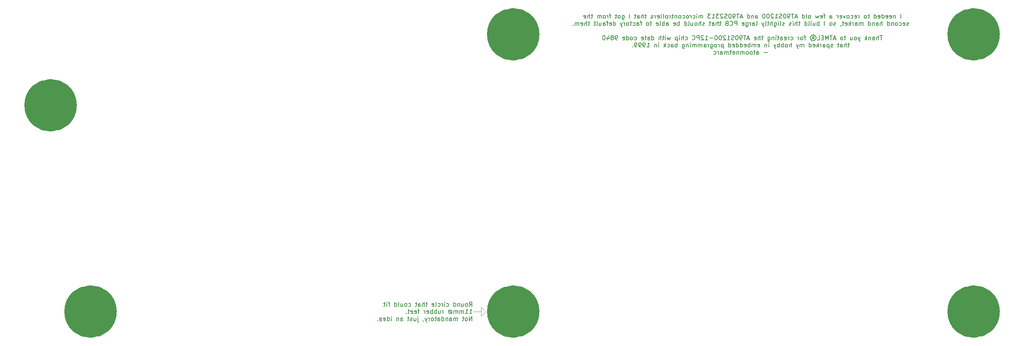
<source format=gbo>
G04 #@! TF.GenerationSoftware,KiCad,Pcbnew,(5.1.9)-1*
G04 #@! TF.CreationDate,2021-04-09T12:03:22+02:00*
G04 #@! TF.ProjectId,Yet Another AVR Fusebit Rescuer,59657420-416e-46f7-9468-657220415652,V1.1*
G04 #@! TF.SameCoordinates,Original*
G04 #@! TF.FileFunction,Legend,Bot*
G04 #@! TF.FilePolarity,Positive*
%FSLAX46Y46*%
G04 Gerber Fmt 4.6, Leading zero omitted, Abs format (unit mm)*
G04 Created by KiCad (PCBNEW (5.1.9)-1) date 2021-04-09 12:03:22*
%MOMM*%
%LPD*%
G01*
G04 APERTURE LIST*
%ADD10C,0.150000*%
%ADD11C,0.120000*%
%ADD12C,6.000000*%
%ADD13O,2.000000X1.440000*%
%ADD14R,2.000000X1.440000*%
%ADD15C,1.700000*%
%ADD16O,2.400000X2.400000*%
%ADD17R,2.400000X2.400000*%
%ADD18C,1.400000*%
%ADD19R,1.400000X1.400000*%
%ADD20O,1.700000X1.700000*%
%ADD21R,1.700000X1.700000*%
%ADD22O,1.600000X1.600000*%
%ADD23C,1.600000*%
%ADD24R,1.500000X1.500000*%
%ADD25C,1.500000*%
%ADD26O,1.800000X1.070000*%
%ADD27R,1.800000X1.070000*%
%ADD28C,2.000000*%
%ADD29O,2.000000X1.905000*%
%ADD30R,2.000000X1.905000*%
%ADD31O,3.500000X3.500000*%
%ADD32R,3.500000X3.500000*%
%ADD33R,1.600000X1.600000*%
G04 APERTURE END LIST*
D10*
X143618976Y-120722380D02*
X143952309Y-120246190D01*
X144190404Y-120722380D02*
X144190404Y-119722380D01*
X143809452Y-119722380D01*
X143714214Y-119770000D01*
X143666595Y-119817619D01*
X143618976Y-119912857D01*
X143618976Y-120055714D01*
X143666595Y-120150952D01*
X143714214Y-120198571D01*
X143809452Y-120246190D01*
X144190404Y-120246190D01*
X143047547Y-120722380D02*
X143142785Y-120674761D01*
X143190404Y-120627142D01*
X143238023Y-120531904D01*
X143238023Y-120246190D01*
X143190404Y-120150952D01*
X143142785Y-120103333D01*
X143047547Y-120055714D01*
X142904690Y-120055714D01*
X142809452Y-120103333D01*
X142761833Y-120150952D01*
X142714214Y-120246190D01*
X142714214Y-120531904D01*
X142761833Y-120627142D01*
X142809452Y-120674761D01*
X142904690Y-120722380D01*
X143047547Y-120722380D01*
X141857071Y-120055714D02*
X141857071Y-120722380D01*
X142285642Y-120055714D02*
X142285642Y-120579523D01*
X142238023Y-120674761D01*
X142142785Y-120722380D01*
X141999928Y-120722380D01*
X141904690Y-120674761D01*
X141857071Y-120627142D01*
X141380880Y-120055714D02*
X141380880Y-120722380D01*
X141380880Y-120150952D02*
X141333261Y-120103333D01*
X141238023Y-120055714D01*
X141095166Y-120055714D01*
X140999928Y-120103333D01*
X140952309Y-120198571D01*
X140952309Y-120722380D01*
X140047547Y-120722380D02*
X140047547Y-119722380D01*
X140047547Y-120674761D02*
X140142785Y-120722380D01*
X140333261Y-120722380D01*
X140428500Y-120674761D01*
X140476119Y-120627142D01*
X140523738Y-120531904D01*
X140523738Y-120246190D01*
X140476119Y-120150952D01*
X140428500Y-120103333D01*
X140333261Y-120055714D01*
X140142785Y-120055714D01*
X140047547Y-120103333D01*
X138380880Y-120674761D02*
X138476119Y-120722380D01*
X138666595Y-120722380D01*
X138761833Y-120674761D01*
X138809452Y-120627142D01*
X138857071Y-120531904D01*
X138857071Y-120246190D01*
X138809452Y-120150952D01*
X138761833Y-120103333D01*
X138666595Y-120055714D01*
X138476119Y-120055714D01*
X138380880Y-120103333D01*
X137952309Y-120722380D02*
X137952309Y-120055714D01*
X137952309Y-119722380D02*
X137999928Y-119770000D01*
X137952309Y-119817619D01*
X137904690Y-119770000D01*
X137952309Y-119722380D01*
X137952309Y-119817619D01*
X137476119Y-120722380D02*
X137476119Y-120055714D01*
X137476119Y-120246190D02*
X137428500Y-120150952D01*
X137380880Y-120103333D01*
X137285642Y-120055714D01*
X137190404Y-120055714D01*
X136428500Y-120674761D02*
X136523738Y-120722380D01*
X136714214Y-120722380D01*
X136809452Y-120674761D01*
X136857071Y-120627142D01*
X136904690Y-120531904D01*
X136904690Y-120246190D01*
X136857071Y-120150952D01*
X136809452Y-120103333D01*
X136714214Y-120055714D01*
X136523738Y-120055714D01*
X136428500Y-120103333D01*
X135857071Y-120722380D02*
X135952309Y-120674761D01*
X135999928Y-120579523D01*
X135999928Y-119722380D01*
X135095166Y-120674761D02*
X135190404Y-120722380D01*
X135380880Y-120722380D01*
X135476119Y-120674761D01*
X135523738Y-120579523D01*
X135523738Y-120198571D01*
X135476119Y-120103333D01*
X135380880Y-120055714D01*
X135190404Y-120055714D01*
X135095166Y-120103333D01*
X135047547Y-120198571D01*
X135047547Y-120293809D01*
X135523738Y-120389047D01*
X133999928Y-120055714D02*
X133618976Y-120055714D01*
X133857071Y-119722380D02*
X133857071Y-120579523D01*
X133809452Y-120674761D01*
X133714214Y-120722380D01*
X133618976Y-120722380D01*
X133285642Y-120722380D02*
X133285642Y-119722380D01*
X132857071Y-120722380D02*
X132857071Y-120198571D01*
X132904690Y-120103333D01*
X132999928Y-120055714D01*
X133142785Y-120055714D01*
X133238023Y-120103333D01*
X133285642Y-120150952D01*
X131952309Y-120722380D02*
X131952309Y-120198571D01*
X131999928Y-120103333D01*
X132095166Y-120055714D01*
X132285642Y-120055714D01*
X132380880Y-120103333D01*
X131952309Y-120674761D02*
X132047547Y-120722380D01*
X132285642Y-120722380D01*
X132380880Y-120674761D01*
X132428500Y-120579523D01*
X132428500Y-120484285D01*
X132380880Y-120389047D01*
X132285642Y-120341428D01*
X132047547Y-120341428D01*
X131952309Y-120293809D01*
X131618976Y-120055714D02*
X131238023Y-120055714D01*
X131476119Y-119722380D02*
X131476119Y-120579523D01*
X131428500Y-120674761D01*
X131333261Y-120722380D01*
X131238023Y-120722380D01*
X129714214Y-120674761D02*
X129809452Y-120722380D01*
X129999928Y-120722380D01*
X130095166Y-120674761D01*
X130142785Y-120627142D01*
X130190404Y-120531904D01*
X130190404Y-120246190D01*
X130142785Y-120150952D01*
X130095166Y-120103333D01*
X129999928Y-120055714D01*
X129809452Y-120055714D01*
X129714214Y-120103333D01*
X129142785Y-120722380D02*
X129238023Y-120674761D01*
X129285642Y-120627142D01*
X129333261Y-120531904D01*
X129333261Y-120246190D01*
X129285642Y-120150952D01*
X129238023Y-120103333D01*
X129142785Y-120055714D01*
X128999928Y-120055714D01*
X128904690Y-120103333D01*
X128857071Y-120150952D01*
X128809452Y-120246190D01*
X128809452Y-120531904D01*
X128857071Y-120627142D01*
X128904690Y-120674761D01*
X128999928Y-120722380D01*
X129142785Y-120722380D01*
X127952309Y-120055714D02*
X127952309Y-120722380D01*
X128380880Y-120055714D02*
X128380880Y-120579523D01*
X128333261Y-120674761D01*
X128238023Y-120722380D01*
X128095166Y-120722380D01*
X127999928Y-120674761D01*
X127952309Y-120627142D01*
X127333261Y-120722380D02*
X127428500Y-120674761D01*
X127476119Y-120579523D01*
X127476119Y-119722380D01*
X126523738Y-120722380D02*
X126523738Y-119722380D01*
X126523738Y-120674761D02*
X126618976Y-120722380D01*
X126809452Y-120722380D01*
X126904690Y-120674761D01*
X126952309Y-120627142D01*
X126999928Y-120531904D01*
X126999928Y-120246190D01*
X126952309Y-120150952D01*
X126904690Y-120103333D01*
X126809452Y-120055714D01*
X126618976Y-120055714D01*
X126523738Y-120103333D01*
X125428500Y-120055714D02*
X125047547Y-120055714D01*
X125285642Y-120722380D02*
X125285642Y-119865238D01*
X125238023Y-119770000D01*
X125142785Y-119722380D01*
X125047547Y-119722380D01*
X124714214Y-120722380D02*
X124714214Y-120055714D01*
X124714214Y-119722380D02*
X124761833Y-119770000D01*
X124714214Y-119817619D01*
X124666595Y-119770000D01*
X124714214Y-119722380D01*
X124714214Y-119817619D01*
X124380880Y-120055714D02*
X123999928Y-120055714D01*
X124238023Y-119722380D02*
X124238023Y-120579523D01*
X124190404Y-120674761D01*
X124095166Y-120722380D01*
X123999928Y-120722380D01*
X143666595Y-122372380D02*
X144238023Y-122372380D01*
X143952309Y-122372380D02*
X143952309Y-121372380D01*
X144047547Y-121515238D01*
X144142785Y-121610476D01*
X144238023Y-121658095D01*
X142714214Y-122372380D02*
X143285642Y-122372380D01*
X142999928Y-122372380D02*
X142999928Y-121372380D01*
X143095166Y-121515238D01*
X143190404Y-121610476D01*
X143285642Y-121658095D01*
X142285642Y-122372380D02*
X142285642Y-121705714D01*
X142285642Y-121800952D02*
X142238023Y-121753333D01*
X142142785Y-121705714D01*
X141999928Y-121705714D01*
X141904690Y-121753333D01*
X141857071Y-121848571D01*
X141857071Y-122372380D01*
X141857071Y-121848571D02*
X141809452Y-121753333D01*
X141714214Y-121705714D01*
X141571357Y-121705714D01*
X141476119Y-121753333D01*
X141428500Y-121848571D01*
X141428500Y-122372380D01*
X140952309Y-122372380D02*
X140952309Y-121705714D01*
X140952309Y-121800952D02*
X140904690Y-121753333D01*
X140809452Y-121705714D01*
X140666595Y-121705714D01*
X140571357Y-121753333D01*
X140523738Y-121848571D01*
X140523738Y-122372380D01*
X140523738Y-121848571D02*
X140476119Y-121753333D01*
X140380880Y-121705714D01*
X140238023Y-121705714D01*
X140142785Y-121753333D01*
X140095166Y-121848571D01*
X140095166Y-122372380D01*
X139333261Y-121610476D02*
X139142785Y-121610476D01*
X138952309Y-121705714D01*
X138857071Y-121896190D01*
X138857071Y-122086666D01*
X138952309Y-122277142D01*
X139142785Y-122372380D01*
X139333261Y-122372380D01*
X139523738Y-122277142D01*
X139618976Y-122086666D01*
X139618976Y-121896190D01*
X139523738Y-121705714D01*
X139333261Y-121610476D01*
X138857071Y-121610476D02*
X139618976Y-122372380D01*
X137618976Y-122372380D02*
X137618976Y-121705714D01*
X137618976Y-121896190D02*
X137571357Y-121800952D01*
X137523738Y-121753333D01*
X137428500Y-121705714D01*
X137333261Y-121705714D01*
X136571357Y-121705714D02*
X136571357Y-122372380D01*
X136999928Y-121705714D02*
X136999928Y-122229523D01*
X136952309Y-122324761D01*
X136857071Y-122372380D01*
X136714214Y-122372380D01*
X136618976Y-122324761D01*
X136571357Y-122277142D01*
X136095166Y-122372380D02*
X136095166Y-121372380D01*
X136095166Y-121753333D02*
X135999928Y-121705714D01*
X135809452Y-121705714D01*
X135714214Y-121753333D01*
X135666595Y-121800952D01*
X135618976Y-121896190D01*
X135618976Y-122181904D01*
X135666595Y-122277142D01*
X135714214Y-122324761D01*
X135809452Y-122372380D01*
X135999928Y-122372380D01*
X136095166Y-122324761D01*
X135190404Y-122372380D02*
X135190404Y-121372380D01*
X135190404Y-121753333D02*
X135095166Y-121705714D01*
X134904690Y-121705714D01*
X134809452Y-121753333D01*
X134761833Y-121800952D01*
X134714214Y-121896190D01*
X134714214Y-122181904D01*
X134761833Y-122277142D01*
X134809452Y-122324761D01*
X134904690Y-122372380D01*
X135095166Y-122372380D01*
X135190404Y-122324761D01*
X133904690Y-122324761D02*
X133999928Y-122372380D01*
X134190404Y-122372380D01*
X134285642Y-122324761D01*
X134333261Y-122229523D01*
X134333261Y-121848571D01*
X134285642Y-121753333D01*
X134190404Y-121705714D01*
X133999928Y-121705714D01*
X133904690Y-121753333D01*
X133857071Y-121848571D01*
X133857071Y-121943809D01*
X134333261Y-122039047D01*
X133428500Y-122372380D02*
X133428500Y-121705714D01*
X133428500Y-121896190D02*
X133380880Y-121800952D01*
X133333261Y-121753333D01*
X133238023Y-121705714D01*
X133142785Y-121705714D01*
X132190404Y-121705714D02*
X131809452Y-121705714D01*
X132047547Y-122372380D02*
X132047547Y-121515238D01*
X131999928Y-121420000D01*
X131904690Y-121372380D01*
X131809452Y-121372380D01*
X131095166Y-122324761D02*
X131190404Y-122372380D01*
X131380880Y-122372380D01*
X131476119Y-122324761D01*
X131523738Y-122229523D01*
X131523738Y-121848571D01*
X131476119Y-121753333D01*
X131380880Y-121705714D01*
X131190404Y-121705714D01*
X131095166Y-121753333D01*
X131047547Y-121848571D01*
X131047547Y-121943809D01*
X131523738Y-122039047D01*
X130238023Y-122324761D02*
X130333261Y-122372380D01*
X130523738Y-122372380D01*
X130618976Y-122324761D01*
X130666595Y-122229523D01*
X130666595Y-121848571D01*
X130618976Y-121753333D01*
X130523738Y-121705714D01*
X130333261Y-121705714D01*
X130238023Y-121753333D01*
X130190404Y-121848571D01*
X130190404Y-121943809D01*
X130666595Y-122039047D01*
X129904690Y-121705714D02*
X129523738Y-121705714D01*
X129761833Y-121372380D02*
X129761833Y-122229523D01*
X129714214Y-122324761D01*
X129618976Y-122372380D01*
X129523738Y-122372380D01*
X129190404Y-122277142D02*
X129142785Y-122324761D01*
X129190404Y-122372380D01*
X129238023Y-122324761D01*
X129190404Y-122277142D01*
X129190404Y-122372380D01*
X144190404Y-124022380D02*
X144190404Y-123022380D01*
X143618976Y-124022380D01*
X143618976Y-123022380D01*
X142999928Y-124022380D02*
X143095166Y-123974761D01*
X143142785Y-123927142D01*
X143190404Y-123831904D01*
X143190404Y-123546190D01*
X143142785Y-123450952D01*
X143095166Y-123403333D01*
X142999928Y-123355714D01*
X142857071Y-123355714D01*
X142761833Y-123403333D01*
X142714214Y-123450952D01*
X142666595Y-123546190D01*
X142666595Y-123831904D01*
X142714214Y-123927142D01*
X142761833Y-123974761D01*
X142857071Y-124022380D01*
X142999928Y-124022380D01*
X142380880Y-123355714D02*
X141999928Y-123355714D01*
X142238023Y-123022380D02*
X142238023Y-123879523D01*
X142190404Y-123974761D01*
X142095166Y-124022380D01*
X141999928Y-124022380D01*
X140904690Y-124022380D02*
X140904690Y-123355714D01*
X140904690Y-123450952D02*
X140857071Y-123403333D01*
X140761833Y-123355714D01*
X140618976Y-123355714D01*
X140523738Y-123403333D01*
X140476119Y-123498571D01*
X140476119Y-124022380D01*
X140476119Y-123498571D02*
X140428500Y-123403333D01*
X140333261Y-123355714D01*
X140190404Y-123355714D01*
X140095166Y-123403333D01*
X140047547Y-123498571D01*
X140047547Y-124022380D01*
X139142785Y-124022380D02*
X139142785Y-123498571D01*
X139190404Y-123403333D01*
X139285642Y-123355714D01*
X139476119Y-123355714D01*
X139571357Y-123403333D01*
X139142785Y-123974761D02*
X139238023Y-124022380D01*
X139476119Y-124022380D01*
X139571357Y-123974761D01*
X139618976Y-123879523D01*
X139618976Y-123784285D01*
X139571357Y-123689047D01*
X139476119Y-123641428D01*
X139238023Y-123641428D01*
X139142785Y-123593809D01*
X138666595Y-123355714D02*
X138666595Y-124022380D01*
X138666595Y-123450952D02*
X138618976Y-123403333D01*
X138523738Y-123355714D01*
X138380880Y-123355714D01*
X138285642Y-123403333D01*
X138238023Y-123498571D01*
X138238023Y-124022380D01*
X137333261Y-124022380D02*
X137333261Y-123022380D01*
X137333261Y-123974761D02*
X137428500Y-124022380D01*
X137618976Y-124022380D01*
X137714214Y-123974761D01*
X137761833Y-123927142D01*
X137809452Y-123831904D01*
X137809452Y-123546190D01*
X137761833Y-123450952D01*
X137714214Y-123403333D01*
X137618976Y-123355714D01*
X137428500Y-123355714D01*
X137333261Y-123403333D01*
X136428500Y-124022380D02*
X136428500Y-123498571D01*
X136476119Y-123403333D01*
X136571357Y-123355714D01*
X136761833Y-123355714D01*
X136857071Y-123403333D01*
X136428500Y-123974761D02*
X136523738Y-124022380D01*
X136761833Y-124022380D01*
X136857071Y-123974761D01*
X136904690Y-123879523D01*
X136904690Y-123784285D01*
X136857071Y-123689047D01*
X136761833Y-123641428D01*
X136523738Y-123641428D01*
X136428500Y-123593809D01*
X136095166Y-123355714D02*
X135714214Y-123355714D01*
X135952309Y-123022380D02*
X135952309Y-123879523D01*
X135904690Y-123974761D01*
X135809452Y-124022380D01*
X135714214Y-124022380D01*
X135238023Y-124022380D02*
X135333261Y-123974761D01*
X135380880Y-123927142D01*
X135428500Y-123831904D01*
X135428500Y-123546190D01*
X135380880Y-123450952D01*
X135333261Y-123403333D01*
X135238023Y-123355714D01*
X135095166Y-123355714D01*
X134999928Y-123403333D01*
X134952309Y-123450952D01*
X134904690Y-123546190D01*
X134904690Y-123831904D01*
X134952309Y-123927142D01*
X134999928Y-123974761D01*
X135095166Y-124022380D01*
X135238023Y-124022380D01*
X134476119Y-124022380D02*
X134476119Y-123355714D01*
X134476119Y-123546190D02*
X134428500Y-123450952D01*
X134380880Y-123403333D01*
X134285642Y-123355714D01*
X134190404Y-123355714D01*
X133952309Y-123355714D02*
X133714214Y-124022380D01*
X133476119Y-123355714D02*
X133714214Y-124022380D01*
X133809452Y-124260476D01*
X133857071Y-124308095D01*
X133952309Y-124355714D01*
X133047547Y-123974761D02*
X133047547Y-124022380D01*
X133095166Y-124117619D01*
X133142785Y-124165238D01*
X131857071Y-123355714D02*
X131857071Y-124212857D01*
X131904690Y-124308095D01*
X131999928Y-124355714D01*
X132047547Y-124355714D01*
X131857071Y-123022380D02*
X131904690Y-123070000D01*
X131857071Y-123117619D01*
X131809452Y-123070000D01*
X131857071Y-123022380D01*
X131857071Y-123117619D01*
X130952309Y-123355714D02*
X130952309Y-124022380D01*
X131380880Y-123355714D02*
X131380880Y-123879523D01*
X131333261Y-123974761D01*
X131238023Y-124022380D01*
X131095166Y-124022380D01*
X130999928Y-123974761D01*
X130952309Y-123927142D01*
X130523738Y-123974761D02*
X130428500Y-124022380D01*
X130238023Y-124022380D01*
X130142785Y-123974761D01*
X130095166Y-123879523D01*
X130095166Y-123831904D01*
X130142785Y-123736666D01*
X130238023Y-123689047D01*
X130380880Y-123689047D01*
X130476119Y-123641428D01*
X130523738Y-123546190D01*
X130523738Y-123498571D01*
X130476119Y-123403333D01*
X130380880Y-123355714D01*
X130238023Y-123355714D01*
X130142785Y-123403333D01*
X129809452Y-123355714D02*
X129428500Y-123355714D01*
X129666595Y-123022380D02*
X129666595Y-123879523D01*
X129618976Y-123974761D01*
X129523738Y-124022380D01*
X129428500Y-124022380D01*
X127904690Y-124022380D02*
X127904690Y-123498571D01*
X127952309Y-123403333D01*
X128047547Y-123355714D01*
X128238023Y-123355714D01*
X128333261Y-123403333D01*
X127904690Y-123974761D02*
X127999928Y-124022380D01*
X128238023Y-124022380D01*
X128333261Y-123974761D01*
X128380880Y-123879523D01*
X128380880Y-123784285D01*
X128333261Y-123689047D01*
X128238023Y-123641428D01*
X127999928Y-123641428D01*
X127904690Y-123593809D01*
X127428500Y-123355714D02*
X127428500Y-124022380D01*
X127428500Y-123450952D02*
X127380880Y-123403333D01*
X127285642Y-123355714D01*
X127142785Y-123355714D01*
X127047547Y-123403333D01*
X126999928Y-123498571D01*
X126999928Y-124022380D01*
X125761833Y-124022380D02*
X125761833Y-123355714D01*
X125761833Y-123022380D02*
X125809452Y-123070000D01*
X125761833Y-123117619D01*
X125714214Y-123070000D01*
X125761833Y-123022380D01*
X125761833Y-123117619D01*
X124857071Y-124022380D02*
X124857071Y-123022380D01*
X124857071Y-123974761D02*
X124952309Y-124022380D01*
X125142785Y-124022380D01*
X125238023Y-123974761D01*
X125285642Y-123927142D01*
X125333261Y-123831904D01*
X125333261Y-123546190D01*
X125285642Y-123450952D01*
X125238023Y-123403333D01*
X125142785Y-123355714D01*
X124952309Y-123355714D01*
X124857071Y-123403333D01*
X123999928Y-123974761D02*
X124095166Y-124022380D01*
X124285642Y-124022380D01*
X124380880Y-123974761D01*
X124428500Y-123879523D01*
X124428500Y-123498571D01*
X124380880Y-123403333D01*
X124285642Y-123355714D01*
X124095166Y-123355714D01*
X123999928Y-123403333D01*
X123952309Y-123498571D01*
X123952309Y-123593809D01*
X124428500Y-123689047D01*
X123095166Y-124022380D02*
X123095166Y-123498571D01*
X123142785Y-123403333D01*
X123238023Y-123355714D01*
X123428500Y-123355714D01*
X123523738Y-123403333D01*
X123095166Y-123974761D02*
X123190404Y-124022380D01*
X123428500Y-124022380D01*
X123523738Y-123974761D01*
X123571357Y-123879523D01*
X123571357Y-123784285D01*
X123523738Y-123689047D01*
X123428500Y-123641428D01*
X123190404Y-123641428D01*
X123095166Y-123593809D01*
X122618976Y-123927142D02*
X122571357Y-123974761D01*
X122618976Y-124022380D01*
X122666595Y-123974761D01*
X122618976Y-123927142D01*
X122618976Y-124022380D01*
D11*
X146304000Y-121920000D02*
X144526000Y-121920000D01*
X146304000Y-122936000D02*
X147320000Y-121920000D01*
X146304000Y-120904000D02*
X146304000Y-122936000D01*
X147320000Y-121920000D02*
X146304000Y-120904000D01*
D10*
X242382857Y-54747380D02*
X242382857Y-53747380D01*
X241144761Y-54080714D02*
X241144761Y-54747380D01*
X241144761Y-54175952D02*
X241097142Y-54128333D01*
X241001904Y-54080714D01*
X240859047Y-54080714D01*
X240763809Y-54128333D01*
X240716190Y-54223571D01*
X240716190Y-54747380D01*
X239859047Y-54699761D02*
X239954285Y-54747380D01*
X240144761Y-54747380D01*
X240239999Y-54699761D01*
X240287619Y-54604523D01*
X240287619Y-54223571D01*
X240239999Y-54128333D01*
X240144761Y-54080714D01*
X239954285Y-54080714D01*
X239859047Y-54128333D01*
X239811428Y-54223571D01*
X239811428Y-54318809D01*
X240287619Y-54414047D01*
X239001904Y-54699761D02*
X239097142Y-54747380D01*
X239287619Y-54747380D01*
X239382857Y-54699761D01*
X239430476Y-54604523D01*
X239430476Y-54223571D01*
X239382857Y-54128333D01*
X239287619Y-54080714D01*
X239097142Y-54080714D01*
X239001904Y-54128333D01*
X238954285Y-54223571D01*
X238954285Y-54318809D01*
X239430476Y-54414047D01*
X238097142Y-54747380D02*
X238097142Y-53747380D01*
X238097142Y-54699761D02*
X238192380Y-54747380D01*
X238382857Y-54747380D01*
X238478095Y-54699761D01*
X238525714Y-54652142D01*
X238573333Y-54556904D01*
X238573333Y-54271190D01*
X238525714Y-54175952D01*
X238478095Y-54128333D01*
X238382857Y-54080714D01*
X238192380Y-54080714D01*
X238097142Y-54128333D01*
X237239999Y-54699761D02*
X237335238Y-54747380D01*
X237525714Y-54747380D01*
X237620952Y-54699761D01*
X237668571Y-54604523D01*
X237668571Y-54223571D01*
X237620952Y-54128333D01*
X237525714Y-54080714D01*
X237335238Y-54080714D01*
X237239999Y-54128333D01*
X237192380Y-54223571D01*
X237192380Y-54318809D01*
X237668571Y-54414047D01*
X236335238Y-54747380D02*
X236335238Y-53747380D01*
X236335238Y-54699761D02*
X236430476Y-54747380D01*
X236620952Y-54747380D01*
X236716190Y-54699761D01*
X236763809Y-54652142D01*
X236811428Y-54556904D01*
X236811428Y-54271190D01*
X236763809Y-54175952D01*
X236716190Y-54128333D01*
X236620952Y-54080714D01*
X236430476Y-54080714D01*
X236335238Y-54128333D01*
X235239999Y-54080714D02*
X234859047Y-54080714D01*
X235097142Y-53747380D02*
X235097142Y-54604523D01*
X235049523Y-54699761D01*
X234954285Y-54747380D01*
X234859047Y-54747380D01*
X234382857Y-54747380D02*
X234478095Y-54699761D01*
X234525714Y-54652142D01*
X234573333Y-54556904D01*
X234573333Y-54271190D01*
X234525714Y-54175952D01*
X234478095Y-54128333D01*
X234382857Y-54080714D01*
X234239999Y-54080714D01*
X234144761Y-54128333D01*
X234097142Y-54175952D01*
X234049523Y-54271190D01*
X234049523Y-54556904D01*
X234097142Y-54652142D01*
X234144761Y-54699761D01*
X234239999Y-54747380D01*
X234382857Y-54747380D01*
X232859047Y-54747380D02*
X232859047Y-54080714D01*
X232859047Y-54271190D02*
X232811428Y-54175952D01*
X232763809Y-54128333D01*
X232668571Y-54080714D01*
X232573333Y-54080714D01*
X231859047Y-54699761D02*
X231954285Y-54747380D01*
X232144761Y-54747380D01*
X232239999Y-54699761D01*
X232287619Y-54604523D01*
X232287619Y-54223571D01*
X232239999Y-54128333D01*
X232144761Y-54080714D01*
X231954285Y-54080714D01*
X231859047Y-54128333D01*
X231811428Y-54223571D01*
X231811428Y-54318809D01*
X232287619Y-54414047D01*
X230954285Y-54699761D02*
X231049523Y-54747380D01*
X231239999Y-54747380D01*
X231335238Y-54699761D01*
X231382857Y-54652142D01*
X231430476Y-54556904D01*
X231430476Y-54271190D01*
X231382857Y-54175952D01*
X231335238Y-54128333D01*
X231239999Y-54080714D01*
X231049523Y-54080714D01*
X230954285Y-54128333D01*
X230382857Y-54747380D02*
X230478095Y-54699761D01*
X230525714Y-54652142D01*
X230573333Y-54556904D01*
X230573333Y-54271190D01*
X230525714Y-54175952D01*
X230478095Y-54128333D01*
X230382857Y-54080714D01*
X230239999Y-54080714D01*
X230144761Y-54128333D01*
X230097142Y-54175952D01*
X230049523Y-54271190D01*
X230049523Y-54556904D01*
X230097142Y-54652142D01*
X230144761Y-54699761D01*
X230239999Y-54747380D01*
X230382857Y-54747380D01*
X229716190Y-54080714D02*
X229478095Y-54747380D01*
X229239999Y-54080714D01*
X228478095Y-54699761D02*
X228573333Y-54747380D01*
X228763809Y-54747380D01*
X228859047Y-54699761D01*
X228906666Y-54604523D01*
X228906666Y-54223571D01*
X228859047Y-54128333D01*
X228763809Y-54080714D01*
X228573333Y-54080714D01*
X228478095Y-54128333D01*
X228430476Y-54223571D01*
X228430476Y-54318809D01*
X228906666Y-54414047D01*
X228001904Y-54747380D02*
X228001904Y-54080714D01*
X228001904Y-54271190D02*
X227954285Y-54175952D01*
X227906666Y-54128333D01*
X227811428Y-54080714D01*
X227716190Y-54080714D01*
X226192380Y-54747380D02*
X226192380Y-54223571D01*
X226239999Y-54128333D01*
X226335238Y-54080714D01*
X226525714Y-54080714D01*
X226620952Y-54128333D01*
X226192380Y-54699761D02*
X226287619Y-54747380D01*
X226525714Y-54747380D01*
X226620952Y-54699761D01*
X226668571Y-54604523D01*
X226668571Y-54509285D01*
X226620952Y-54414047D01*
X226525714Y-54366428D01*
X226287619Y-54366428D01*
X226192380Y-54318809D01*
X225097142Y-54080714D02*
X224716190Y-54080714D01*
X224954285Y-54747380D02*
X224954285Y-53890238D01*
X224906666Y-53795000D01*
X224811428Y-53747380D01*
X224716190Y-53747380D01*
X224001904Y-54699761D02*
X224097142Y-54747380D01*
X224287619Y-54747380D01*
X224382857Y-54699761D01*
X224430476Y-54604523D01*
X224430476Y-54223571D01*
X224382857Y-54128333D01*
X224287619Y-54080714D01*
X224097142Y-54080714D01*
X224001904Y-54128333D01*
X223954285Y-54223571D01*
X223954285Y-54318809D01*
X224430476Y-54414047D01*
X223620952Y-54080714D02*
X223430476Y-54747380D01*
X223239999Y-54271190D01*
X223049523Y-54747380D01*
X222859047Y-54080714D01*
X221573333Y-54747380D02*
X221668571Y-54699761D01*
X221716190Y-54652142D01*
X221763809Y-54556904D01*
X221763809Y-54271190D01*
X221716190Y-54175952D01*
X221668571Y-54128333D01*
X221573333Y-54080714D01*
X221430476Y-54080714D01*
X221335238Y-54128333D01*
X221287619Y-54175952D01*
X221239999Y-54271190D01*
X221239999Y-54556904D01*
X221287619Y-54652142D01*
X221335238Y-54699761D01*
X221430476Y-54747380D01*
X221573333Y-54747380D01*
X220668571Y-54747380D02*
X220763809Y-54699761D01*
X220811428Y-54604523D01*
X220811428Y-53747380D01*
X219859047Y-54747380D02*
X219859047Y-53747380D01*
X219859047Y-54699761D02*
X219954285Y-54747380D01*
X220144761Y-54747380D01*
X220239999Y-54699761D01*
X220287619Y-54652142D01*
X220335238Y-54556904D01*
X220335238Y-54271190D01*
X220287619Y-54175952D01*
X220239999Y-54128333D01*
X220144761Y-54080714D01*
X219954285Y-54080714D01*
X219859047Y-54128333D01*
X218668571Y-54461666D02*
X218192380Y-54461666D01*
X218763809Y-54747380D02*
X218430476Y-53747380D01*
X218097142Y-54747380D01*
X217906666Y-53747380D02*
X217335238Y-53747380D01*
X217620952Y-54747380D02*
X217620952Y-53747380D01*
X216954285Y-54747380D02*
X216763809Y-54747380D01*
X216668571Y-54699761D01*
X216620952Y-54652142D01*
X216525714Y-54509285D01*
X216478095Y-54318809D01*
X216478095Y-53937857D01*
X216525714Y-53842619D01*
X216573333Y-53795000D01*
X216668571Y-53747380D01*
X216859047Y-53747380D01*
X216954285Y-53795000D01*
X217001904Y-53842619D01*
X217049523Y-53937857D01*
X217049523Y-54175952D01*
X217001904Y-54271190D01*
X216954285Y-54318809D01*
X216859047Y-54366428D01*
X216668571Y-54366428D01*
X216573333Y-54318809D01*
X216525714Y-54271190D01*
X216478095Y-54175952D01*
X215859047Y-53747380D02*
X215763809Y-53747380D01*
X215668571Y-53795000D01*
X215620952Y-53842619D01*
X215573333Y-53937857D01*
X215525714Y-54128333D01*
X215525714Y-54366428D01*
X215573333Y-54556904D01*
X215620952Y-54652142D01*
X215668571Y-54699761D01*
X215763809Y-54747380D01*
X215859047Y-54747380D01*
X215954285Y-54699761D01*
X216001904Y-54652142D01*
X216049523Y-54556904D01*
X216097142Y-54366428D01*
X216097142Y-54128333D01*
X216049523Y-53937857D01*
X216001904Y-53842619D01*
X215954285Y-53795000D01*
X215859047Y-53747380D01*
X215144761Y-54699761D02*
X215001904Y-54747380D01*
X214763809Y-54747380D01*
X214668571Y-54699761D01*
X214620952Y-54652142D01*
X214573333Y-54556904D01*
X214573333Y-54461666D01*
X214620952Y-54366428D01*
X214668571Y-54318809D01*
X214763809Y-54271190D01*
X214954285Y-54223571D01*
X215049523Y-54175952D01*
X215097142Y-54128333D01*
X215144761Y-54033095D01*
X215144761Y-53937857D01*
X215097142Y-53842619D01*
X215049523Y-53795000D01*
X214954285Y-53747380D01*
X214716190Y-53747380D01*
X214573333Y-53795000D01*
X213620952Y-54747380D02*
X214192380Y-54747380D01*
X213906666Y-54747380D02*
X213906666Y-53747380D01*
X214001904Y-53890238D01*
X214097142Y-53985476D01*
X214192380Y-54033095D01*
X213239999Y-53842619D02*
X213192380Y-53795000D01*
X213097142Y-53747380D01*
X212859047Y-53747380D01*
X212763809Y-53795000D01*
X212716190Y-53842619D01*
X212668571Y-53937857D01*
X212668571Y-54033095D01*
X212716190Y-54175952D01*
X213287619Y-54747380D01*
X212668571Y-54747380D01*
X212049523Y-53747380D02*
X211954285Y-53747380D01*
X211859047Y-53795000D01*
X211811428Y-53842619D01*
X211763809Y-53937857D01*
X211716190Y-54128333D01*
X211716190Y-54366428D01*
X211763809Y-54556904D01*
X211811428Y-54652142D01*
X211859047Y-54699761D01*
X211954285Y-54747380D01*
X212049523Y-54747380D01*
X212144761Y-54699761D01*
X212192380Y-54652142D01*
X212239999Y-54556904D01*
X212287619Y-54366428D01*
X212287619Y-54128333D01*
X212239999Y-53937857D01*
X212192380Y-53842619D01*
X212144761Y-53795000D01*
X212049523Y-53747380D01*
X211097142Y-53747380D02*
X211001904Y-53747380D01*
X210906666Y-53795000D01*
X210859047Y-53842619D01*
X210811428Y-53937857D01*
X210763809Y-54128333D01*
X210763809Y-54366428D01*
X210811428Y-54556904D01*
X210859047Y-54652142D01*
X210906666Y-54699761D01*
X211001904Y-54747380D01*
X211097142Y-54747380D01*
X211192380Y-54699761D01*
X211239999Y-54652142D01*
X211287619Y-54556904D01*
X211335238Y-54366428D01*
X211335238Y-54128333D01*
X211287619Y-53937857D01*
X211239999Y-53842619D01*
X211192380Y-53795000D01*
X211097142Y-53747380D01*
X209144761Y-54747380D02*
X209144761Y-54223571D01*
X209192380Y-54128333D01*
X209287619Y-54080714D01*
X209478095Y-54080714D01*
X209573333Y-54128333D01*
X209144761Y-54699761D02*
X209239999Y-54747380D01*
X209478095Y-54747380D01*
X209573333Y-54699761D01*
X209620952Y-54604523D01*
X209620952Y-54509285D01*
X209573333Y-54414047D01*
X209478095Y-54366428D01*
X209239999Y-54366428D01*
X209144761Y-54318809D01*
X208668571Y-54080714D02*
X208668571Y-54747380D01*
X208668571Y-54175952D02*
X208620952Y-54128333D01*
X208525714Y-54080714D01*
X208382857Y-54080714D01*
X208287619Y-54128333D01*
X208239999Y-54223571D01*
X208239999Y-54747380D01*
X207335238Y-54747380D02*
X207335238Y-53747380D01*
X207335238Y-54699761D02*
X207430476Y-54747380D01*
X207620952Y-54747380D01*
X207716190Y-54699761D01*
X207763809Y-54652142D01*
X207811428Y-54556904D01*
X207811428Y-54271190D01*
X207763809Y-54175952D01*
X207716190Y-54128333D01*
X207620952Y-54080714D01*
X207430476Y-54080714D01*
X207335238Y-54128333D01*
X206144761Y-54461666D02*
X205668571Y-54461666D01*
X206239999Y-54747380D02*
X205906666Y-53747380D01*
X205573333Y-54747380D01*
X205382857Y-53747380D02*
X204811428Y-53747380D01*
X205097142Y-54747380D02*
X205097142Y-53747380D01*
X204430476Y-54747380D02*
X204239999Y-54747380D01*
X204144761Y-54699761D01*
X204097142Y-54652142D01*
X204001904Y-54509285D01*
X203954285Y-54318809D01*
X203954285Y-53937857D01*
X204001904Y-53842619D01*
X204049523Y-53795000D01*
X204144761Y-53747380D01*
X204335238Y-53747380D01*
X204430476Y-53795000D01*
X204478095Y-53842619D01*
X204525714Y-53937857D01*
X204525714Y-54175952D01*
X204478095Y-54271190D01*
X204430476Y-54318809D01*
X204335238Y-54366428D01*
X204144761Y-54366428D01*
X204049523Y-54318809D01*
X204001904Y-54271190D01*
X203954285Y-54175952D01*
X203335238Y-53747380D02*
X203239999Y-53747380D01*
X203144761Y-53795000D01*
X203097142Y-53842619D01*
X203049523Y-53937857D01*
X203001904Y-54128333D01*
X203001904Y-54366428D01*
X203049523Y-54556904D01*
X203097142Y-54652142D01*
X203144761Y-54699761D01*
X203239999Y-54747380D01*
X203335238Y-54747380D01*
X203430476Y-54699761D01*
X203478095Y-54652142D01*
X203525714Y-54556904D01*
X203573333Y-54366428D01*
X203573333Y-54128333D01*
X203525714Y-53937857D01*
X203478095Y-53842619D01*
X203430476Y-53795000D01*
X203335238Y-53747380D01*
X202620952Y-54699761D02*
X202478095Y-54747380D01*
X202239999Y-54747380D01*
X202144761Y-54699761D01*
X202097142Y-54652142D01*
X202049523Y-54556904D01*
X202049523Y-54461666D01*
X202097142Y-54366428D01*
X202144761Y-54318809D01*
X202239999Y-54271190D01*
X202430476Y-54223571D01*
X202525714Y-54175952D01*
X202573333Y-54128333D01*
X202620952Y-54033095D01*
X202620952Y-53937857D01*
X202573333Y-53842619D01*
X202525714Y-53795000D01*
X202430476Y-53747380D01*
X202192380Y-53747380D01*
X202049523Y-53795000D01*
X201668571Y-53842619D02*
X201620952Y-53795000D01*
X201525714Y-53747380D01*
X201287619Y-53747380D01*
X201192380Y-53795000D01*
X201144761Y-53842619D01*
X201097142Y-53937857D01*
X201097142Y-54033095D01*
X201144761Y-54175952D01*
X201716190Y-54747380D01*
X201097142Y-54747380D01*
X200763809Y-53747380D02*
X200144761Y-53747380D01*
X200478095Y-54128333D01*
X200335238Y-54128333D01*
X200239999Y-54175952D01*
X200192380Y-54223571D01*
X200144761Y-54318809D01*
X200144761Y-54556904D01*
X200192380Y-54652142D01*
X200239999Y-54699761D01*
X200335238Y-54747380D01*
X200620952Y-54747380D01*
X200716190Y-54699761D01*
X200763809Y-54652142D01*
X199192380Y-54747380D02*
X199763809Y-54747380D01*
X199478095Y-54747380D02*
X199478095Y-53747380D01*
X199573333Y-53890238D01*
X199668571Y-53985476D01*
X199763809Y-54033095D01*
X198859047Y-53747380D02*
X198239999Y-53747380D01*
X198573333Y-54128333D01*
X198430476Y-54128333D01*
X198335238Y-54175952D01*
X198287619Y-54223571D01*
X198239999Y-54318809D01*
X198239999Y-54556904D01*
X198287619Y-54652142D01*
X198335238Y-54699761D01*
X198430476Y-54747380D01*
X198716190Y-54747380D01*
X198811428Y-54699761D01*
X198859047Y-54652142D01*
X197049523Y-54747380D02*
X197049523Y-54080714D01*
X197049523Y-54175952D02*
X197001904Y-54128333D01*
X196906666Y-54080714D01*
X196763809Y-54080714D01*
X196668571Y-54128333D01*
X196620952Y-54223571D01*
X196620952Y-54747380D01*
X196620952Y-54223571D02*
X196573333Y-54128333D01*
X196478095Y-54080714D01*
X196335238Y-54080714D01*
X196239999Y-54128333D01*
X196192380Y-54223571D01*
X196192380Y-54747380D01*
X195716190Y-54747380D02*
X195716190Y-54080714D01*
X195716190Y-53747380D02*
X195763809Y-53795000D01*
X195716190Y-53842619D01*
X195668571Y-53795000D01*
X195716190Y-53747380D01*
X195716190Y-53842619D01*
X194811428Y-54699761D02*
X194906666Y-54747380D01*
X195097142Y-54747380D01*
X195192380Y-54699761D01*
X195239999Y-54652142D01*
X195287619Y-54556904D01*
X195287619Y-54271190D01*
X195239999Y-54175952D01*
X195192380Y-54128333D01*
X195097142Y-54080714D01*
X194906666Y-54080714D01*
X194811428Y-54128333D01*
X194382857Y-54747380D02*
X194382857Y-54080714D01*
X194382857Y-54271190D02*
X194335238Y-54175952D01*
X194287619Y-54128333D01*
X194192380Y-54080714D01*
X194097142Y-54080714D01*
X193620952Y-54747380D02*
X193716190Y-54699761D01*
X193763809Y-54652142D01*
X193811428Y-54556904D01*
X193811428Y-54271190D01*
X193763809Y-54175952D01*
X193716190Y-54128333D01*
X193620952Y-54080714D01*
X193478095Y-54080714D01*
X193382857Y-54128333D01*
X193335238Y-54175952D01*
X193287619Y-54271190D01*
X193287619Y-54556904D01*
X193335238Y-54652142D01*
X193382857Y-54699761D01*
X193478095Y-54747380D01*
X193620952Y-54747380D01*
X192430476Y-54699761D02*
X192525714Y-54747380D01*
X192716190Y-54747380D01*
X192811428Y-54699761D01*
X192859047Y-54652142D01*
X192906666Y-54556904D01*
X192906666Y-54271190D01*
X192859047Y-54175952D01*
X192811428Y-54128333D01*
X192716190Y-54080714D01*
X192525714Y-54080714D01*
X192430476Y-54128333D01*
X191859047Y-54747380D02*
X191954285Y-54699761D01*
X192001904Y-54652142D01*
X192049523Y-54556904D01*
X192049523Y-54271190D01*
X192001904Y-54175952D01*
X191954285Y-54128333D01*
X191859047Y-54080714D01*
X191716190Y-54080714D01*
X191620952Y-54128333D01*
X191573333Y-54175952D01*
X191525714Y-54271190D01*
X191525714Y-54556904D01*
X191573333Y-54652142D01*
X191620952Y-54699761D01*
X191716190Y-54747380D01*
X191859047Y-54747380D01*
X191097142Y-54080714D02*
X191097142Y-54747380D01*
X191097142Y-54175952D02*
X191049523Y-54128333D01*
X190954285Y-54080714D01*
X190811428Y-54080714D01*
X190716190Y-54128333D01*
X190668571Y-54223571D01*
X190668571Y-54747380D01*
X190335238Y-54080714D02*
X189954285Y-54080714D01*
X190192380Y-53747380D02*
X190192380Y-54604523D01*
X190144761Y-54699761D01*
X190049523Y-54747380D01*
X189954285Y-54747380D01*
X189620952Y-54747380D02*
X189620952Y-54080714D01*
X189620952Y-54271190D02*
X189573333Y-54175952D01*
X189525714Y-54128333D01*
X189430476Y-54080714D01*
X189335238Y-54080714D01*
X188859047Y-54747380D02*
X188954285Y-54699761D01*
X189001904Y-54652142D01*
X189049523Y-54556904D01*
X189049523Y-54271190D01*
X189001904Y-54175952D01*
X188954285Y-54128333D01*
X188859047Y-54080714D01*
X188716190Y-54080714D01*
X188620952Y-54128333D01*
X188573333Y-54175952D01*
X188525714Y-54271190D01*
X188525714Y-54556904D01*
X188573333Y-54652142D01*
X188620952Y-54699761D01*
X188716190Y-54747380D01*
X188859047Y-54747380D01*
X187954285Y-54747380D02*
X188049523Y-54699761D01*
X188097142Y-54604523D01*
X188097142Y-53747380D01*
X187430476Y-54747380D02*
X187525714Y-54699761D01*
X187573333Y-54604523D01*
X187573333Y-53747380D01*
X186668571Y-54699761D02*
X186763809Y-54747380D01*
X186954285Y-54747380D01*
X187049523Y-54699761D01*
X187097142Y-54604523D01*
X187097142Y-54223571D01*
X187049523Y-54128333D01*
X186954285Y-54080714D01*
X186763809Y-54080714D01*
X186668571Y-54128333D01*
X186620952Y-54223571D01*
X186620952Y-54318809D01*
X187097142Y-54414047D01*
X186192380Y-54747380D02*
X186192380Y-54080714D01*
X186192380Y-54271190D02*
X186144761Y-54175952D01*
X186097142Y-54128333D01*
X186001904Y-54080714D01*
X185906666Y-54080714D01*
X185620952Y-54699761D02*
X185525714Y-54747380D01*
X185335238Y-54747380D01*
X185239999Y-54699761D01*
X185192380Y-54604523D01*
X185192380Y-54556904D01*
X185239999Y-54461666D01*
X185335238Y-54414047D01*
X185478095Y-54414047D01*
X185573333Y-54366428D01*
X185620952Y-54271190D01*
X185620952Y-54223571D01*
X185573333Y-54128333D01*
X185478095Y-54080714D01*
X185335238Y-54080714D01*
X185239999Y-54128333D01*
X184144761Y-54080714D02*
X183763809Y-54080714D01*
X184001904Y-53747380D02*
X184001904Y-54604523D01*
X183954285Y-54699761D01*
X183859047Y-54747380D01*
X183763809Y-54747380D01*
X183430476Y-54747380D02*
X183430476Y-53747380D01*
X183001904Y-54747380D02*
X183001904Y-54223571D01*
X183049523Y-54128333D01*
X183144761Y-54080714D01*
X183287619Y-54080714D01*
X183382857Y-54128333D01*
X183430476Y-54175952D01*
X182097142Y-54747380D02*
X182097142Y-54223571D01*
X182144761Y-54128333D01*
X182239999Y-54080714D01*
X182430476Y-54080714D01*
X182525714Y-54128333D01*
X182097142Y-54699761D02*
X182192380Y-54747380D01*
X182430476Y-54747380D01*
X182525714Y-54699761D01*
X182573333Y-54604523D01*
X182573333Y-54509285D01*
X182525714Y-54414047D01*
X182430476Y-54366428D01*
X182192380Y-54366428D01*
X182097142Y-54318809D01*
X181763809Y-54080714D02*
X181382857Y-54080714D01*
X181620952Y-53747380D02*
X181620952Y-54604523D01*
X181573333Y-54699761D01*
X181478095Y-54747380D01*
X181382857Y-54747380D01*
X180287619Y-54747380D02*
X180287619Y-53747380D01*
X178620952Y-54080714D02*
X178620952Y-54890238D01*
X178668571Y-54985476D01*
X178716190Y-55033095D01*
X178811428Y-55080714D01*
X178954285Y-55080714D01*
X179049523Y-55033095D01*
X178620952Y-54699761D02*
X178716190Y-54747380D01*
X178906666Y-54747380D01*
X179001904Y-54699761D01*
X179049523Y-54652142D01*
X179097142Y-54556904D01*
X179097142Y-54271190D01*
X179049523Y-54175952D01*
X179001904Y-54128333D01*
X178906666Y-54080714D01*
X178716190Y-54080714D01*
X178620952Y-54128333D01*
X178001904Y-54747380D02*
X178097142Y-54699761D01*
X178144761Y-54652142D01*
X178192380Y-54556904D01*
X178192380Y-54271190D01*
X178144761Y-54175952D01*
X178097142Y-54128333D01*
X178001904Y-54080714D01*
X177859047Y-54080714D01*
X177763809Y-54128333D01*
X177716190Y-54175952D01*
X177668571Y-54271190D01*
X177668571Y-54556904D01*
X177716190Y-54652142D01*
X177763809Y-54699761D01*
X177859047Y-54747380D01*
X178001904Y-54747380D01*
X177382857Y-54080714D02*
X177001904Y-54080714D01*
X177239999Y-53747380D02*
X177239999Y-54604523D01*
X177192380Y-54699761D01*
X177097142Y-54747380D01*
X177001904Y-54747380D01*
X176049523Y-54080714D02*
X175668571Y-54080714D01*
X175906666Y-54747380D02*
X175906666Y-53890238D01*
X175859047Y-53795000D01*
X175763809Y-53747380D01*
X175668571Y-53747380D01*
X175335238Y-54747380D02*
X175335238Y-54080714D01*
X175335238Y-54271190D02*
X175287619Y-54175952D01*
X175239999Y-54128333D01*
X175144761Y-54080714D01*
X175049523Y-54080714D01*
X174573333Y-54747380D02*
X174668571Y-54699761D01*
X174716190Y-54652142D01*
X174763809Y-54556904D01*
X174763809Y-54271190D01*
X174716190Y-54175952D01*
X174668571Y-54128333D01*
X174573333Y-54080714D01*
X174430476Y-54080714D01*
X174335238Y-54128333D01*
X174287619Y-54175952D01*
X174239999Y-54271190D01*
X174239999Y-54556904D01*
X174287619Y-54652142D01*
X174335238Y-54699761D01*
X174430476Y-54747380D01*
X174573333Y-54747380D01*
X173811428Y-54747380D02*
X173811428Y-54080714D01*
X173811428Y-54175952D02*
X173763809Y-54128333D01*
X173668571Y-54080714D01*
X173525714Y-54080714D01*
X173430476Y-54128333D01*
X173382857Y-54223571D01*
X173382857Y-54747380D01*
X173382857Y-54223571D02*
X173335238Y-54128333D01*
X173239999Y-54080714D01*
X173097142Y-54080714D01*
X173001904Y-54128333D01*
X172954285Y-54223571D01*
X172954285Y-54747380D01*
X171859047Y-54080714D02*
X171478095Y-54080714D01*
X171716190Y-53747380D02*
X171716190Y-54604523D01*
X171668571Y-54699761D01*
X171573333Y-54747380D01*
X171478095Y-54747380D01*
X171144761Y-54747380D02*
X171144761Y-53747380D01*
X170716190Y-54747380D02*
X170716190Y-54223571D01*
X170763809Y-54128333D01*
X170859047Y-54080714D01*
X171001904Y-54080714D01*
X171097142Y-54128333D01*
X171144761Y-54175952D01*
X169859047Y-54699761D02*
X169954285Y-54747380D01*
X170144761Y-54747380D01*
X170239999Y-54699761D01*
X170287619Y-54604523D01*
X170287619Y-54223571D01*
X170239999Y-54128333D01*
X170144761Y-54080714D01*
X169954285Y-54080714D01*
X169859047Y-54128333D01*
X169811428Y-54223571D01*
X169811428Y-54318809D01*
X170287619Y-54414047D01*
X244168571Y-56349761D02*
X244073333Y-56397380D01*
X243882857Y-56397380D01*
X243787619Y-56349761D01*
X243739999Y-56254523D01*
X243739999Y-56206904D01*
X243787619Y-56111666D01*
X243882857Y-56064047D01*
X244025714Y-56064047D01*
X244120952Y-56016428D01*
X244168571Y-55921190D01*
X244168571Y-55873571D01*
X244120952Y-55778333D01*
X244025714Y-55730714D01*
X243882857Y-55730714D01*
X243787619Y-55778333D01*
X242930476Y-56349761D02*
X243025714Y-56397380D01*
X243216190Y-56397380D01*
X243311428Y-56349761D01*
X243359047Y-56254523D01*
X243359047Y-55873571D01*
X243311428Y-55778333D01*
X243216190Y-55730714D01*
X243025714Y-55730714D01*
X242930476Y-55778333D01*
X242882857Y-55873571D01*
X242882857Y-55968809D01*
X243359047Y-56064047D01*
X242025714Y-56349761D02*
X242120952Y-56397380D01*
X242311428Y-56397380D01*
X242406666Y-56349761D01*
X242454285Y-56302142D01*
X242501904Y-56206904D01*
X242501904Y-55921190D01*
X242454285Y-55825952D01*
X242406666Y-55778333D01*
X242311428Y-55730714D01*
X242120952Y-55730714D01*
X242025714Y-55778333D01*
X241454285Y-56397380D02*
X241549523Y-56349761D01*
X241597142Y-56302142D01*
X241644761Y-56206904D01*
X241644761Y-55921190D01*
X241597142Y-55825952D01*
X241549523Y-55778333D01*
X241454285Y-55730714D01*
X241311428Y-55730714D01*
X241216190Y-55778333D01*
X241168571Y-55825952D01*
X241120952Y-55921190D01*
X241120952Y-56206904D01*
X241168571Y-56302142D01*
X241216190Y-56349761D01*
X241311428Y-56397380D01*
X241454285Y-56397380D01*
X240692380Y-55730714D02*
X240692380Y-56397380D01*
X240692380Y-55825952D02*
X240644761Y-55778333D01*
X240549523Y-55730714D01*
X240406666Y-55730714D01*
X240311428Y-55778333D01*
X240263809Y-55873571D01*
X240263809Y-56397380D01*
X239359047Y-56397380D02*
X239359047Y-55397380D01*
X239359047Y-56349761D02*
X239454285Y-56397380D01*
X239644761Y-56397380D01*
X239739999Y-56349761D01*
X239787619Y-56302142D01*
X239835238Y-56206904D01*
X239835238Y-55921190D01*
X239787619Y-55825952D01*
X239739999Y-55778333D01*
X239644761Y-55730714D01*
X239454285Y-55730714D01*
X239359047Y-55778333D01*
X238120952Y-56397380D02*
X238120952Y-55397380D01*
X237692380Y-56397380D02*
X237692380Y-55873571D01*
X237739999Y-55778333D01*
X237835238Y-55730714D01*
X237978095Y-55730714D01*
X238073333Y-55778333D01*
X238120952Y-55825952D01*
X236787619Y-56397380D02*
X236787619Y-55873571D01*
X236835238Y-55778333D01*
X236930476Y-55730714D01*
X237120952Y-55730714D01*
X237216190Y-55778333D01*
X236787619Y-56349761D02*
X236882857Y-56397380D01*
X237120952Y-56397380D01*
X237216190Y-56349761D01*
X237263809Y-56254523D01*
X237263809Y-56159285D01*
X237216190Y-56064047D01*
X237120952Y-56016428D01*
X236882857Y-56016428D01*
X236787619Y-55968809D01*
X236311428Y-55730714D02*
X236311428Y-56397380D01*
X236311428Y-55825952D02*
X236263809Y-55778333D01*
X236168571Y-55730714D01*
X236025714Y-55730714D01*
X235930476Y-55778333D01*
X235882857Y-55873571D01*
X235882857Y-56397380D01*
X234978095Y-56397380D02*
X234978095Y-55397380D01*
X234978095Y-56349761D02*
X235073333Y-56397380D01*
X235263809Y-56397380D01*
X235359047Y-56349761D01*
X235406666Y-56302142D01*
X235454285Y-56206904D01*
X235454285Y-55921190D01*
X235406666Y-55825952D01*
X235359047Y-55778333D01*
X235263809Y-55730714D01*
X235073333Y-55730714D01*
X234978095Y-55778333D01*
X233739999Y-56397380D02*
X233739999Y-55730714D01*
X233739999Y-55825952D02*
X233692380Y-55778333D01*
X233597142Y-55730714D01*
X233454285Y-55730714D01*
X233359047Y-55778333D01*
X233311428Y-55873571D01*
X233311428Y-56397380D01*
X233311428Y-55873571D02*
X233263809Y-55778333D01*
X233168571Y-55730714D01*
X233025714Y-55730714D01*
X232930476Y-55778333D01*
X232882857Y-55873571D01*
X232882857Y-56397380D01*
X231978095Y-56397380D02*
X231978095Y-55873571D01*
X232025714Y-55778333D01*
X232120952Y-55730714D01*
X232311428Y-55730714D01*
X232406666Y-55778333D01*
X231978095Y-56349761D02*
X232073333Y-56397380D01*
X232311428Y-56397380D01*
X232406666Y-56349761D01*
X232454285Y-56254523D01*
X232454285Y-56159285D01*
X232406666Y-56064047D01*
X232311428Y-56016428D01*
X232073333Y-56016428D01*
X231978095Y-55968809D01*
X231501904Y-56397380D02*
X231501904Y-55730714D01*
X231501904Y-55921190D02*
X231454285Y-55825952D01*
X231406666Y-55778333D01*
X231311428Y-55730714D01*
X231216190Y-55730714D01*
X230882857Y-56397380D02*
X230882857Y-55397380D01*
X230787619Y-56016428D02*
X230501904Y-56397380D01*
X230501904Y-55730714D02*
X230882857Y-56111666D01*
X229692380Y-56349761D02*
X229787619Y-56397380D01*
X229978095Y-56397380D01*
X230073333Y-56349761D01*
X230120952Y-56254523D01*
X230120952Y-55873571D01*
X230073333Y-55778333D01*
X229978095Y-55730714D01*
X229787619Y-55730714D01*
X229692380Y-55778333D01*
X229644761Y-55873571D01*
X229644761Y-55968809D01*
X230120952Y-56064047D01*
X229359047Y-55730714D02*
X228978095Y-55730714D01*
X229216190Y-55397380D02*
X229216190Y-56254523D01*
X229168571Y-56349761D01*
X229073333Y-56397380D01*
X228978095Y-56397380D01*
X228597142Y-56349761D02*
X228597142Y-56397380D01*
X228644761Y-56492619D01*
X228692380Y-56540238D01*
X227454285Y-56349761D02*
X227359047Y-56397380D01*
X227168571Y-56397380D01*
X227073333Y-56349761D01*
X227025714Y-56254523D01*
X227025714Y-56206904D01*
X227073333Y-56111666D01*
X227168571Y-56064047D01*
X227311428Y-56064047D01*
X227406666Y-56016428D01*
X227454285Y-55921190D01*
X227454285Y-55873571D01*
X227406666Y-55778333D01*
X227311428Y-55730714D01*
X227168571Y-55730714D01*
X227073333Y-55778333D01*
X226454285Y-56397380D02*
X226549523Y-56349761D01*
X226597142Y-56302142D01*
X226644761Y-56206904D01*
X226644761Y-55921190D01*
X226597142Y-55825952D01*
X226549523Y-55778333D01*
X226454285Y-55730714D01*
X226311428Y-55730714D01*
X226216190Y-55778333D01*
X226168571Y-55825952D01*
X226120952Y-55921190D01*
X226120952Y-56206904D01*
X226168571Y-56302142D01*
X226216190Y-56349761D01*
X226311428Y-56397380D01*
X226454285Y-56397380D01*
X224930476Y-56397380D02*
X224930476Y-55397380D01*
X223692380Y-56397380D02*
X223692380Y-55397380D01*
X223692380Y-55778333D02*
X223597142Y-55730714D01*
X223406666Y-55730714D01*
X223311428Y-55778333D01*
X223263809Y-55825952D01*
X223216190Y-55921190D01*
X223216190Y-56206904D01*
X223263809Y-56302142D01*
X223311428Y-56349761D01*
X223406666Y-56397380D01*
X223597142Y-56397380D01*
X223692380Y-56349761D01*
X222359047Y-55730714D02*
X222359047Y-56397380D01*
X222787619Y-55730714D02*
X222787619Y-56254523D01*
X222739999Y-56349761D01*
X222644761Y-56397380D01*
X222501904Y-56397380D01*
X222406666Y-56349761D01*
X222359047Y-56302142D01*
X221882857Y-56397380D02*
X221882857Y-55730714D01*
X221882857Y-55397380D02*
X221930476Y-55445000D01*
X221882857Y-55492619D01*
X221835238Y-55445000D01*
X221882857Y-55397380D01*
X221882857Y-55492619D01*
X221263809Y-56397380D02*
X221359047Y-56349761D01*
X221406666Y-56254523D01*
X221406666Y-55397380D01*
X220454285Y-56397380D02*
X220454285Y-55397380D01*
X220454285Y-56349761D02*
X220549523Y-56397380D01*
X220739999Y-56397380D01*
X220835238Y-56349761D01*
X220882857Y-56302142D01*
X220930476Y-56206904D01*
X220930476Y-55921190D01*
X220882857Y-55825952D01*
X220835238Y-55778333D01*
X220739999Y-55730714D01*
X220549523Y-55730714D01*
X220454285Y-55778333D01*
X219359047Y-55730714D02*
X218978095Y-55730714D01*
X219216190Y-55397380D02*
X219216190Y-56254523D01*
X219168571Y-56349761D01*
X219073333Y-56397380D01*
X218978095Y-56397380D01*
X218644761Y-56397380D02*
X218644761Y-55397380D01*
X218216190Y-56397380D02*
X218216190Y-55873571D01*
X218263809Y-55778333D01*
X218359047Y-55730714D01*
X218501904Y-55730714D01*
X218597142Y-55778333D01*
X218644761Y-55825952D01*
X217739999Y-56397380D02*
X217739999Y-55730714D01*
X217739999Y-55397380D02*
X217787619Y-55445000D01*
X217739999Y-55492619D01*
X217692380Y-55445000D01*
X217739999Y-55397380D01*
X217739999Y-55492619D01*
X217311428Y-56349761D02*
X217216190Y-56397380D01*
X217025714Y-56397380D01*
X216930476Y-56349761D01*
X216882857Y-56254523D01*
X216882857Y-56206904D01*
X216930476Y-56111666D01*
X217025714Y-56064047D01*
X217168571Y-56064047D01*
X217263809Y-56016428D01*
X217311428Y-55921190D01*
X217311428Y-55873571D01*
X217263809Y-55778333D01*
X217168571Y-55730714D01*
X217025714Y-55730714D01*
X216930476Y-55778333D01*
X215739999Y-56349761D02*
X215644761Y-56397380D01*
X215454285Y-56397380D01*
X215359047Y-56349761D01*
X215311428Y-56254523D01*
X215311428Y-56206904D01*
X215359047Y-56111666D01*
X215454285Y-56064047D01*
X215597142Y-56064047D01*
X215692380Y-56016428D01*
X215739999Y-55921190D01*
X215739999Y-55873571D01*
X215692380Y-55778333D01*
X215597142Y-55730714D01*
X215454285Y-55730714D01*
X215359047Y-55778333D01*
X214739999Y-56397380D02*
X214835238Y-56349761D01*
X214882857Y-56254523D01*
X214882857Y-55397380D01*
X214359047Y-56397380D02*
X214359047Y-55730714D01*
X214359047Y-55397380D02*
X214406666Y-55445000D01*
X214359047Y-55492619D01*
X214311428Y-55445000D01*
X214359047Y-55397380D01*
X214359047Y-55492619D01*
X213454285Y-55730714D02*
X213454285Y-56540238D01*
X213501904Y-56635476D01*
X213549523Y-56683095D01*
X213644761Y-56730714D01*
X213787619Y-56730714D01*
X213882857Y-56683095D01*
X213454285Y-56349761D02*
X213549523Y-56397380D01*
X213739999Y-56397380D01*
X213835238Y-56349761D01*
X213882857Y-56302142D01*
X213930476Y-56206904D01*
X213930476Y-55921190D01*
X213882857Y-55825952D01*
X213835238Y-55778333D01*
X213739999Y-55730714D01*
X213549523Y-55730714D01*
X213454285Y-55778333D01*
X212978095Y-56397380D02*
X212978095Y-55397380D01*
X212549523Y-56397380D02*
X212549523Y-55873571D01*
X212597142Y-55778333D01*
X212692380Y-55730714D01*
X212835238Y-55730714D01*
X212930476Y-55778333D01*
X212978095Y-55825952D01*
X212216190Y-55730714D02*
X211835238Y-55730714D01*
X212073333Y-55397380D02*
X212073333Y-56254523D01*
X212025714Y-56349761D01*
X211930476Y-56397380D01*
X211835238Y-56397380D01*
X211359047Y-56397380D02*
X211454285Y-56349761D01*
X211501904Y-56254523D01*
X211501904Y-55397380D01*
X211073333Y-55730714D02*
X210835238Y-56397380D01*
X210597142Y-55730714D02*
X210835238Y-56397380D01*
X210930476Y-56635476D01*
X210978095Y-56683095D01*
X211073333Y-56730714D01*
X209311428Y-56397380D02*
X209406666Y-56349761D01*
X209454285Y-56254523D01*
X209454285Y-55397380D01*
X208501904Y-56397380D02*
X208501904Y-55873571D01*
X208549523Y-55778333D01*
X208644761Y-55730714D01*
X208835238Y-55730714D01*
X208930476Y-55778333D01*
X208501904Y-56349761D02*
X208597142Y-56397380D01*
X208835238Y-56397380D01*
X208930476Y-56349761D01*
X208978095Y-56254523D01*
X208978095Y-56159285D01*
X208930476Y-56064047D01*
X208835238Y-56016428D01*
X208597142Y-56016428D01*
X208501904Y-55968809D01*
X208025714Y-56397380D02*
X208025714Y-55730714D01*
X208025714Y-55921190D02*
X207978095Y-55825952D01*
X207930476Y-55778333D01*
X207835238Y-55730714D01*
X207739999Y-55730714D01*
X206978095Y-55730714D02*
X206978095Y-56540238D01*
X207025714Y-56635476D01*
X207073333Y-56683095D01*
X207168571Y-56730714D01*
X207311428Y-56730714D01*
X207406666Y-56683095D01*
X206978095Y-56349761D02*
X207073333Y-56397380D01*
X207263809Y-56397380D01*
X207359047Y-56349761D01*
X207406666Y-56302142D01*
X207454285Y-56206904D01*
X207454285Y-55921190D01*
X207406666Y-55825952D01*
X207359047Y-55778333D01*
X207263809Y-55730714D01*
X207073333Y-55730714D01*
X206978095Y-55778333D01*
X206120952Y-56349761D02*
X206216190Y-56397380D01*
X206406666Y-56397380D01*
X206501904Y-56349761D01*
X206549523Y-56254523D01*
X206549523Y-55873571D01*
X206501904Y-55778333D01*
X206406666Y-55730714D01*
X206216190Y-55730714D01*
X206120952Y-55778333D01*
X206073333Y-55873571D01*
X206073333Y-55968809D01*
X206549523Y-56064047D01*
X204882857Y-56397380D02*
X204882857Y-55397380D01*
X204501904Y-55397380D01*
X204406666Y-55445000D01*
X204359047Y-55492619D01*
X204311428Y-55587857D01*
X204311428Y-55730714D01*
X204359047Y-55825952D01*
X204406666Y-55873571D01*
X204501904Y-55921190D01*
X204882857Y-55921190D01*
X203311428Y-56302142D02*
X203359047Y-56349761D01*
X203501904Y-56397380D01*
X203597142Y-56397380D01*
X203739999Y-56349761D01*
X203835238Y-56254523D01*
X203882857Y-56159285D01*
X203930476Y-55968809D01*
X203930476Y-55825952D01*
X203882857Y-55635476D01*
X203835238Y-55540238D01*
X203739999Y-55445000D01*
X203597142Y-55397380D01*
X203501904Y-55397380D01*
X203359047Y-55445000D01*
X203311428Y-55492619D01*
X202549523Y-55873571D02*
X202406666Y-55921190D01*
X202359047Y-55968809D01*
X202311428Y-56064047D01*
X202311428Y-56206904D01*
X202359047Y-56302142D01*
X202406666Y-56349761D01*
X202501904Y-56397380D01*
X202882857Y-56397380D01*
X202882857Y-55397380D01*
X202549523Y-55397380D01*
X202454285Y-55445000D01*
X202406666Y-55492619D01*
X202359047Y-55587857D01*
X202359047Y-55683095D01*
X202406666Y-55778333D01*
X202454285Y-55825952D01*
X202549523Y-55873571D01*
X202882857Y-55873571D01*
X201263809Y-55730714D02*
X200882857Y-55730714D01*
X201120952Y-55397380D02*
X201120952Y-56254523D01*
X201073333Y-56349761D01*
X200978095Y-56397380D01*
X200882857Y-56397380D01*
X200549523Y-56397380D02*
X200549523Y-55397380D01*
X200120952Y-56397380D02*
X200120952Y-55873571D01*
X200168571Y-55778333D01*
X200263809Y-55730714D01*
X200406666Y-55730714D01*
X200501904Y-55778333D01*
X200549523Y-55825952D01*
X199216190Y-56397380D02*
X199216190Y-55873571D01*
X199263809Y-55778333D01*
X199359047Y-55730714D01*
X199549523Y-55730714D01*
X199644761Y-55778333D01*
X199216190Y-56349761D02*
X199311428Y-56397380D01*
X199549523Y-56397380D01*
X199644761Y-56349761D01*
X199692380Y-56254523D01*
X199692380Y-56159285D01*
X199644761Y-56064047D01*
X199549523Y-56016428D01*
X199311428Y-56016428D01*
X199216190Y-55968809D01*
X198882857Y-55730714D02*
X198501904Y-55730714D01*
X198739999Y-55397380D02*
X198739999Y-56254523D01*
X198692380Y-56349761D01*
X198597142Y-56397380D01*
X198501904Y-56397380D01*
X197454285Y-56349761D02*
X197359047Y-56397380D01*
X197168571Y-56397380D01*
X197073333Y-56349761D01*
X197025714Y-56254523D01*
X197025714Y-56206904D01*
X197073333Y-56111666D01*
X197168571Y-56064047D01*
X197311428Y-56064047D01*
X197406666Y-56016428D01*
X197454285Y-55921190D01*
X197454285Y-55873571D01*
X197406666Y-55778333D01*
X197311428Y-55730714D01*
X197168571Y-55730714D01*
X197073333Y-55778333D01*
X196597142Y-56397380D02*
X196597142Y-55397380D01*
X196168571Y-56397380D02*
X196168571Y-55873571D01*
X196216190Y-55778333D01*
X196311428Y-55730714D01*
X196454285Y-55730714D01*
X196549523Y-55778333D01*
X196597142Y-55825952D01*
X195549523Y-56397380D02*
X195644761Y-56349761D01*
X195692380Y-56302142D01*
X195739999Y-56206904D01*
X195739999Y-55921190D01*
X195692380Y-55825952D01*
X195644761Y-55778333D01*
X195549523Y-55730714D01*
X195406666Y-55730714D01*
X195311428Y-55778333D01*
X195263809Y-55825952D01*
X195216190Y-55921190D01*
X195216190Y-56206904D01*
X195263809Y-56302142D01*
X195311428Y-56349761D01*
X195406666Y-56397380D01*
X195549523Y-56397380D01*
X194359047Y-55730714D02*
X194359047Y-56397380D01*
X194787619Y-55730714D02*
X194787619Y-56254523D01*
X194739999Y-56349761D01*
X194644761Y-56397380D01*
X194501904Y-56397380D01*
X194406666Y-56349761D01*
X194359047Y-56302142D01*
X193739999Y-56397380D02*
X193835238Y-56349761D01*
X193882857Y-56254523D01*
X193882857Y-55397380D01*
X192930476Y-56397380D02*
X192930476Y-55397380D01*
X192930476Y-56349761D02*
X193025714Y-56397380D01*
X193216190Y-56397380D01*
X193311428Y-56349761D01*
X193359047Y-56302142D01*
X193406666Y-56206904D01*
X193406666Y-55921190D01*
X193359047Y-55825952D01*
X193311428Y-55778333D01*
X193216190Y-55730714D01*
X193025714Y-55730714D01*
X192930476Y-55778333D01*
X191692380Y-56397380D02*
X191692380Y-55397380D01*
X191692380Y-55778333D02*
X191597142Y-55730714D01*
X191406666Y-55730714D01*
X191311428Y-55778333D01*
X191263809Y-55825952D01*
X191216190Y-55921190D01*
X191216190Y-56206904D01*
X191263809Y-56302142D01*
X191311428Y-56349761D01*
X191406666Y-56397380D01*
X191597142Y-56397380D01*
X191692380Y-56349761D01*
X190406666Y-56349761D02*
X190501904Y-56397380D01*
X190692380Y-56397380D01*
X190787619Y-56349761D01*
X190835238Y-56254523D01*
X190835238Y-55873571D01*
X190787619Y-55778333D01*
X190692380Y-55730714D01*
X190501904Y-55730714D01*
X190406666Y-55778333D01*
X190359047Y-55873571D01*
X190359047Y-55968809D01*
X190835238Y-56064047D01*
X188739999Y-56397380D02*
X188739999Y-55873571D01*
X188787619Y-55778333D01*
X188882857Y-55730714D01*
X189073333Y-55730714D01*
X189168571Y-55778333D01*
X188739999Y-56349761D02*
X188835238Y-56397380D01*
X189073333Y-56397380D01*
X189168571Y-56349761D01*
X189216190Y-56254523D01*
X189216190Y-56159285D01*
X189168571Y-56064047D01*
X189073333Y-56016428D01*
X188835238Y-56016428D01*
X188739999Y-55968809D01*
X188263809Y-56397380D02*
X188263809Y-55397380D01*
X188263809Y-55778333D02*
X188168571Y-55730714D01*
X187978095Y-55730714D01*
X187882857Y-55778333D01*
X187835238Y-55825952D01*
X187787619Y-55921190D01*
X187787619Y-56206904D01*
X187835238Y-56302142D01*
X187882857Y-56349761D01*
X187978095Y-56397380D01*
X188168571Y-56397380D01*
X188263809Y-56349761D01*
X187216190Y-56397380D02*
X187311428Y-56349761D01*
X187359047Y-56254523D01*
X187359047Y-55397380D01*
X186454285Y-56349761D02*
X186549523Y-56397380D01*
X186739999Y-56397380D01*
X186835238Y-56349761D01*
X186882857Y-56254523D01*
X186882857Y-55873571D01*
X186835238Y-55778333D01*
X186739999Y-55730714D01*
X186549523Y-55730714D01*
X186454285Y-55778333D01*
X186406666Y-55873571D01*
X186406666Y-55968809D01*
X186882857Y-56064047D01*
X185359047Y-55730714D02*
X184978095Y-55730714D01*
X185216190Y-55397380D02*
X185216190Y-56254523D01*
X185168571Y-56349761D01*
X185073333Y-56397380D01*
X184978095Y-56397380D01*
X184501904Y-56397380D02*
X184597142Y-56349761D01*
X184644761Y-56302142D01*
X184692380Y-56206904D01*
X184692380Y-55921190D01*
X184644761Y-55825952D01*
X184597142Y-55778333D01*
X184501904Y-55730714D01*
X184359047Y-55730714D01*
X184263809Y-55778333D01*
X184216190Y-55825952D01*
X184168571Y-55921190D01*
X184168571Y-56206904D01*
X184216190Y-56302142D01*
X184263809Y-56349761D01*
X184359047Y-56397380D01*
X184501904Y-56397380D01*
X183120952Y-55730714D02*
X182739999Y-55730714D01*
X182978095Y-56397380D02*
X182978095Y-55540238D01*
X182930476Y-55445000D01*
X182835238Y-55397380D01*
X182739999Y-55397380D01*
X181978095Y-56397380D02*
X181978095Y-55873571D01*
X182025714Y-55778333D01*
X182120952Y-55730714D01*
X182311428Y-55730714D01*
X182406666Y-55778333D01*
X181978095Y-56349761D02*
X182073333Y-56397380D01*
X182311428Y-56397380D01*
X182406666Y-56349761D01*
X182454285Y-56254523D01*
X182454285Y-56159285D01*
X182406666Y-56064047D01*
X182311428Y-56016428D01*
X182073333Y-56016428D01*
X181978095Y-55968809D01*
X181073333Y-56349761D02*
X181168571Y-56397380D01*
X181359047Y-56397380D01*
X181454285Y-56349761D01*
X181501904Y-56302142D01*
X181549523Y-56206904D01*
X181549523Y-55921190D01*
X181501904Y-55825952D01*
X181454285Y-55778333D01*
X181359047Y-55730714D01*
X181168571Y-55730714D01*
X181073333Y-55778333D01*
X180787619Y-55730714D02*
X180406666Y-55730714D01*
X180644761Y-55397380D02*
X180644761Y-56254523D01*
X180597142Y-56349761D01*
X180501904Y-56397380D01*
X180406666Y-56397380D01*
X179930476Y-56397380D02*
X180025714Y-56349761D01*
X180073333Y-56302142D01*
X180120952Y-56206904D01*
X180120952Y-55921190D01*
X180073333Y-55825952D01*
X180025714Y-55778333D01*
X179930476Y-55730714D01*
X179787619Y-55730714D01*
X179692380Y-55778333D01*
X179644761Y-55825952D01*
X179597142Y-55921190D01*
X179597142Y-56206904D01*
X179644761Y-56302142D01*
X179692380Y-56349761D01*
X179787619Y-56397380D01*
X179930476Y-56397380D01*
X179168571Y-56397380D02*
X179168571Y-55730714D01*
X179168571Y-55921190D02*
X179120952Y-55825952D01*
X179073333Y-55778333D01*
X178978095Y-55730714D01*
X178882857Y-55730714D01*
X178644761Y-55730714D02*
X178406666Y-56397380D01*
X178168571Y-55730714D02*
X178406666Y-56397380D01*
X178501904Y-56635476D01*
X178549523Y-56683095D01*
X178644761Y-56730714D01*
X176597142Y-56397380D02*
X176597142Y-55397380D01*
X176597142Y-56349761D02*
X176692380Y-56397380D01*
X176882857Y-56397380D01*
X176978095Y-56349761D01*
X177025714Y-56302142D01*
X177073333Y-56206904D01*
X177073333Y-55921190D01*
X177025714Y-55825952D01*
X176978095Y-55778333D01*
X176882857Y-55730714D01*
X176692380Y-55730714D01*
X176597142Y-55778333D01*
X175740000Y-56349761D02*
X175835238Y-56397380D01*
X176025714Y-56397380D01*
X176120952Y-56349761D01*
X176168571Y-56254523D01*
X176168571Y-55873571D01*
X176120952Y-55778333D01*
X176025714Y-55730714D01*
X175835238Y-55730714D01*
X175740000Y-55778333D01*
X175692380Y-55873571D01*
X175692380Y-55968809D01*
X176168571Y-56064047D01*
X175406666Y-55730714D02*
X175025714Y-55730714D01*
X175263809Y-56397380D02*
X175263809Y-55540238D01*
X175216190Y-55445000D01*
X175120952Y-55397380D01*
X175025714Y-55397380D01*
X174263809Y-56397380D02*
X174263809Y-55873571D01*
X174311428Y-55778333D01*
X174406666Y-55730714D01*
X174597142Y-55730714D01*
X174692380Y-55778333D01*
X174263809Y-56349761D02*
X174359047Y-56397380D01*
X174597142Y-56397380D01*
X174692380Y-56349761D01*
X174740000Y-56254523D01*
X174740000Y-56159285D01*
X174692380Y-56064047D01*
X174597142Y-56016428D01*
X174359047Y-56016428D01*
X174263809Y-55968809D01*
X173359047Y-55730714D02*
X173359047Y-56397380D01*
X173787619Y-55730714D02*
X173787619Y-56254523D01*
X173740000Y-56349761D01*
X173644761Y-56397380D01*
X173501904Y-56397380D01*
X173406666Y-56349761D01*
X173359047Y-56302142D01*
X172740000Y-56397380D02*
X172835238Y-56349761D01*
X172882857Y-56254523D01*
X172882857Y-55397380D01*
X172501904Y-55730714D02*
X172120952Y-55730714D01*
X172359047Y-55397380D02*
X172359047Y-56254523D01*
X172311428Y-56349761D01*
X172216190Y-56397380D01*
X172120952Y-56397380D01*
X171168571Y-55730714D02*
X170787619Y-55730714D01*
X171025714Y-55397380D02*
X171025714Y-56254523D01*
X170978095Y-56349761D01*
X170882857Y-56397380D01*
X170787619Y-56397380D01*
X170454285Y-56397380D02*
X170454285Y-55397380D01*
X170025714Y-56397380D02*
X170025714Y-55873571D01*
X170073333Y-55778333D01*
X170168571Y-55730714D01*
X170311428Y-55730714D01*
X170406666Y-55778333D01*
X170454285Y-55825952D01*
X169168571Y-56349761D02*
X169263809Y-56397380D01*
X169454285Y-56397380D01*
X169549523Y-56349761D01*
X169597142Y-56254523D01*
X169597142Y-55873571D01*
X169549523Y-55778333D01*
X169454285Y-55730714D01*
X169263809Y-55730714D01*
X169168571Y-55778333D01*
X169120952Y-55873571D01*
X169120952Y-55968809D01*
X169597142Y-56064047D01*
X168692380Y-56397380D02*
X168692380Y-55730714D01*
X168692380Y-55825952D02*
X168644761Y-55778333D01*
X168549523Y-55730714D01*
X168406666Y-55730714D01*
X168311428Y-55778333D01*
X168263809Y-55873571D01*
X168263809Y-56397380D01*
X168263809Y-55873571D02*
X168216190Y-55778333D01*
X168120952Y-55730714D01*
X167978095Y-55730714D01*
X167882857Y-55778333D01*
X167835238Y-55873571D01*
X167835238Y-56397380D01*
X167359047Y-56302142D02*
X167311428Y-56349761D01*
X167359047Y-56397380D01*
X167406666Y-56349761D01*
X167359047Y-56302142D01*
X167359047Y-56397380D01*
X238192380Y-58697380D02*
X237620952Y-58697380D01*
X237906666Y-59697380D02*
X237906666Y-58697380D01*
X237287619Y-59697380D02*
X237287619Y-58697380D01*
X236859047Y-59697380D02*
X236859047Y-59173571D01*
X236906666Y-59078333D01*
X237001904Y-59030714D01*
X237144761Y-59030714D01*
X237240000Y-59078333D01*
X237287619Y-59125952D01*
X235954285Y-59697380D02*
X235954285Y-59173571D01*
X236001904Y-59078333D01*
X236097142Y-59030714D01*
X236287619Y-59030714D01*
X236382857Y-59078333D01*
X235954285Y-59649761D02*
X236049523Y-59697380D01*
X236287619Y-59697380D01*
X236382857Y-59649761D01*
X236430476Y-59554523D01*
X236430476Y-59459285D01*
X236382857Y-59364047D01*
X236287619Y-59316428D01*
X236049523Y-59316428D01*
X235954285Y-59268809D01*
X235478095Y-59030714D02*
X235478095Y-59697380D01*
X235478095Y-59125952D02*
X235430476Y-59078333D01*
X235335238Y-59030714D01*
X235192380Y-59030714D01*
X235097142Y-59078333D01*
X235049523Y-59173571D01*
X235049523Y-59697380D01*
X234573333Y-59697380D02*
X234573333Y-58697380D01*
X234478095Y-59316428D02*
X234192380Y-59697380D01*
X234192380Y-59030714D02*
X234573333Y-59411666D01*
X233097142Y-59030714D02*
X232859047Y-59697380D01*
X232620952Y-59030714D02*
X232859047Y-59697380D01*
X232954285Y-59935476D01*
X233001904Y-59983095D01*
X233097142Y-60030714D01*
X232097142Y-59697380D02*
X232192380Y-59649761D01*
X232240000Y-59602142D01*
X232287619Y-59506904D01*
X232287619Y-59221190D01*
X232240000Y-59125952D01*
X232192380Y-59078333D01*
X232097142Y-59030714D01*
X231954285Y-59030714D01*
X231859047Y-59078333D01*
X231811428Y-59125952D01*
X231763809Y-59221190D01*
X231763809Y-59506904D01*
X231811428Y-59602142D01*
X231859047Y-59649761D01*
X231954285Y-59697380D01*
X232097142Y-59697380D01*
X230906666Y-59030714D02*
X230906666Y-59697380D01*
X231335238Y-59030714D02*
X231335238Y-59554523D01*
X231287619Y-59649761D01*
X231192380Y-59697380D01*
X231049523Y-59697380D01*
X230954285Y-59649761D01*
X230906666Y-59602142D01*
X229811428Y-59030714D02*
X229430476Y-59030714D01*
X229668571Y-58697380D02*
X229668571Y-59554523D01*
X229620952Y-59649761D01*
X229525714Y-59697380D01*
X229430476Y-59697380D01*
X228954285Y-59697380D02*
X229049523Y-59649761D01*
X229097142Y-59602142D01*
X229144761Y-59506904D01*
X229144761Y-59221190D01*
X229097142Y-59125952D01*
X229049523Y-59078333D01*
X228954285Y-59030714D01*
X228811428Y-59030714D01*
X228716190Y-59078333D01*
X228668571Y-59125952D01*
X228620952Y-59221190D01*
X228620952Y-59506904D01*
X228668571Y-59602142D01*
X228716190Y-59649761D01*
X228811428Y-59697380D01*
X228954285Y-59697380D01*
X227478095Y-59411666D02*
X227001904Y-59411666D01*
X227573333Y-59697380D02*
X227240000Y-58697380D01*
X226906666Y-59697380D01*
X226716190Y-58697380D02*
X226144761Y-58697380D01*
X226430476Y-59697380D02*
X226430476Y-58697380D01*
X225811428Y-59697380D02*
X225811428Y-58697380D01*
X225478095Y-59411666D01*
X225144761Y-58697380D01*
X225144761Y-59697380D01*
X224668571Y-59173571D02*
X224335238Y-59173571D01*
X224192380Y-59697380D02*
X224668571Y-59697380D01*
X224668571Y-58697380D01*
X224192380Y-58697380D01*
X223287619Y-59697380D02*
X223763809Y-59697380D01*
X223763809Y-58697380D01*
X222097142Y-59554523D02*
X222335238Y-59268809D01*
X222525714Y-59554523D02*
X222525714Y-58887857D01*
X222240000Y-58887857D01*
X222144761Y-58935476D01*
X222097142Y-59030714D01*
X222097142Y-59125952D01*
X222144761Y-59221190D01*
X222240000Y-59268809D01*
X222525714Y-59268809D01*
X222335238Y-58554523D02*
X222573333Y-58602142D01*
X222811428Y-58745000D01*
X222954285Y-58983095D01*
X223001904Y-59221190D01*
X222954285Y-59459285D01*
X222811428Y-59697380D01*
X222573333Y-59840238D01*
X222335238Y-59887857D01*
X222097142Y-59840238D01*
X221859047Y-59697380D01*
X221716190Y-59459285D01*
X221668571Y-59221190D01*
X221716190Y-58983095D01*
X221859047Y-58745000D01*
X222097142Y-58602142D01*
X222335238Y-58554523D01*
X220620952Y-59030714D02*
X220240000Y-59030714D01*
X220478095Y-59697380D02*
X220478095Y-58840238D01*
X220430476Y-58745000D01*
X220335238Y-58697380D01*
X220240000Y-58697380D01*
X219763809Y-59697380D02*
X219859047Y-59649761D01*
X219906666Y-59602142D01*
X219954285Y-59506904D01*
X219954285Y-59221190D01*
X219906666Y-59125952D01*
X219859047Y-59078333D01*
X219763809Y-59030714D01*
X219620952Y-59030714D01*
X219525714Y-59078333D01*
X219478095Y-59125952D01*
X219430476Y-59221190D01*
X219430476Y-59506904D01*
X219478095Y-59602142D01*
X219525714Y-59649761D01*
X219620952Y-59697380D01*
X219763809Y-59697380D01*
X219001904Y-59697380D02*
X219001904Y-59030714D01*
X219001904Y-59221190D02*
X218954285Y-59125952D01*
X218906666Y-59078333D01*
X218811428Y-59030714D01*
X218716190Y-59030714D01*
X217192380Y-59649761D02*
X217287619Y-59697380D01*
X217478095Y-59697380D01*
X217573333Y-59649761D01*
X217620952Y-59602142D01*
X217668571Y-59506904D01*
X217668571Y-59221190D01*
X217620952Y-59125952D01*
X217573333Y-59078333D01*
X217478095Y-59030714D01*
X217287619Y-59030714D01*
X217192380Y-59078333D01*
X216763809Y-59697380D02*
X216763809Y-59030714D01*
X216763809Y-59221190D02*
X216716190Y-59125952D01*
X216668571Y-59078333D01*
X216573333Y-59030714D01*
X216478095Y-59030714D01*
X215763809Y-59649761D02*
X215859047Y-59697380D01*
X216049523Y-59697380D01*
X216144761Y-59649761D01*
X216192380Y-59554523D01*
X216192380Y-59173571D01*
X216144761Y-59078333D01*
X216049523Y-59030714D01*
X215859047Y-59030714D01*
X215763809Y-59078333D01*
X215716190Y-59173571D01*
X215716190Y-59268809D01*
X216192380Y-59364047D01*
X214859047Y-59697380D02*
X214859047Y-59173571D01*
X214906666Y-59078333D01*
X215001904Y-59030714D01*
X215192380Y-59030714D01*
X215287619Y-59078333D01*
X214859047Y-59649761D02*
X214954285Y-59697380D01*
X215192380Y-59697380D01*
X215287619Y-59649761D01*
X215335238Y-59554523D01*
X215335238Y-59459285D01*
X215287619Y-59364047D01*
X215192380Y-59316428D01*
X214954285Y-59316428D01*
X214859047Y-59268809D01*
X214525714Y-59030714D02*
X214144761Y-59030714D01*
X214382857Y-58697380D02*
X214382857Y-59554523D01*
X214335238Y-59649761D01*
X214240000Y-59697380D01*
X214144761Y-59697380D01*
X213811428Y-59697380D02*
X213811428Y-59030714D01*
X213811428Y-58697380D02*
X213859047Y-58745000D01*
X213811428Y-58792619D01*
X213763809Y-58745000D01*
X213811428Y-58697380D01*
X213811428Y-58792619D01*
X213335238Y-59030714D02*
X213335238Y-59697380D01*
X213335238Y-59125952D02*
X213287619Y-59078333D01*
X213192380Y-59030714D01*
X213049523Y-59030714D01*
X212954285Y-59078333D01*
X212906666Y-59173571D01*
X212906666Y-59697380D01*
X212001904Y-59030714D02*
X212001904Y-59840238D01*
X212049523Y-59935476D01*
X212097142Y-59983095D01*
X212192380Y-60030714D01*
X212335238Y-60030714D01*
X212430476Y-59983095D01*
X212001904Y-59649761D02*
X212097142Y-59697380D01*
X212287619Y-59697380D01*
X212382857Y-59649761D01*
X212430476Y-59602142D01*
X212478095Y-59506904D01*
X212478095Y-59221190D01*
X212430476Y-59125952D01*
X212382857Y-59078333D01*
X212287619Y-59030714D01*
X212097142Y-59030714D01*
X212001904Y-59078333D01*
X210906666Y-59030714D02*
X210525714Y-59030714D01*
X210763809Y-58697380D02*
X210763809Y-59554523D01*
X210716190Y-59649761D01*
X210620952Y-59697380D01*
X210525714Y-59697380D01*
X210192380Y-59697380D02*
X210192380Y-58697380D01*
X209763809Y-59697380D02*
X209763809Y-59173571D01*
X209811428Y-59078333D01*
X209906666Y-59030714D01*
X210049523Y-59030714D01*
X210144761Y-59078333D01*
X210192380Y-59125952D01*
X208906666Y-59649761D02*
X209001904Y-59697380D01*
X209192380Y-59697380D01*
X209287619Y-59649761D01*
X209335238Y-59554523D01*
X209335238Y-59173571D01*
X209287619Y-59078333D01*
X209192380Y-59030714D01*
X209001904Y-59030714D01*
X208906666Y-59078333D01*
X208859047Y-59173571D01*
X208859047Y-59268809D01*
X209335238Y-59364047D01*
X207716190Y-59411666D02*
X207240000Y-59411666D01*
X207811428Y-59697380D02*
X207478095Y-58697380D01*
X207144761Y-59697380D01*
X206954285Y-58697380D02*
X206382857Y-58697380D01*
X206668571Y-59697380D02*
X206668571Y-58697380D01*
X206001904Y-59697380D02*
X205811428Y-59697380D01*
X205716190Y-59649761D01*
X205668571Y-59602142D01*
X205573333Y-59459285D01*
X205525714Y-59268809D01*
X205525714Y-58887857D01*
X205573333Y-58792619D01*
X205620952Y-58745000D01*
X205716190Y-58697380D01*
X205906666Y-58697380D01*
X206001904Y-58745000D01*
X206049523Y-58792619D01*
X206097142Y-58887857D01*
X206097142Y-59125952D01*
X206049523Y-59221190D01*
X206001904Y-59268809D01*
X205906666Y-59316428D01*
X205716190Y-59316428D01*
X205620952Y-59268809D01*
X205573333Y-59221190D01*
X205525714Y-59125952D01*
X204906666Y-58697380D02*
X204811428Y-58697380D01*
X204716190Y-58745000D01*
X204668571Y-58792619D01*
X204620952Y-58887857D01*
X204573333Y-59078333D01*
X204573333Y-59316428D01*
X204620952Y-59506904D01*
X204668571Y-59602142D01*
X204716190Y-59649761D01*
X204811428Y-59697380D01*
X204906666Y-59697380D01*
X205001904Y-59649761D01*
X205049523Y-59602142D01*
X205097142Y-59506904D01*
X205144761Y-59316428D01*
X205144761Y-59078333D01*
X205097142Y-58887857D01*
X205049523Y-58792619D01*
X205001904Y-58745000D01*
X204906666Y-58697380D01*
X204192380Y-59649761D02*
X204049523Y-59697380D01*
X203811428Y-59697380D01*
X203716190Y-59649761D01*
X203668571Y-59602142D01*
X203620952Y-59506904D01*
X203620952Y-59411666D01*
X203668571Y-59316428D01*
X203716190Y-59268809D01*
X203811428Y-59221190D01*
X204001904Y-59173571D01*
X204097142Y-59125952D01*
X204144761Y-59078333D01*
X204192380Y-58983095D01*
X204192380Y-58887857D01*
X204144761Y-58792619D01*
X204097142Y-58745000D01*
X204001904Y-58697380D01*
X203763809Y-58697380D01*
X203620952Y-58745000D01*
X202668571Y-59697380D02*
X203240000Y-59697380D01*
X202954285Y-59697380D02*
X202954285Y-58697380D01*
X203049523Y-58840238D01*
X203144761Y-58935476D01*
X203240000Y-58983095D01*
X202287619Y-58792619D02*
X202240000Y-58745000D01*
X202144761Y-58697380D01*
X201906666Y-58697380D01*
X201811428Y-58745000D01*
X201763809Y-58792619D01*
X201716190Y-58887857D01*
X201716190Y-58983095D01*
X201763809Y-59125952D01*
X202335238Y-59697380D01*
X201716190Y-59697380D01*
X201097142Y-58697380D02*
X201001904Y-58697380D01*
X200906666Y-58745000D01*
X200859047Y-58792619D01*
X200811428Y-58887857D01*
X200763809Y-59078333D01*
X200763809Y-59316428D01*
X200811428Y-59506904D01*
X200859047Y-59602142D01*
X200906666Y-59649761D01*
X201001904Y-59697380D01*
X201097142Y-59697380D01*
X201192380Y-59649761D01*
X201240000Y-59602142D01*
X201287619Y-59506904D01*
X201335238Y-59316428D01*
X201335238Y-59078333D01*
X201287619Y-58887857D01*
X201240000Y-58792619D01*
X201192380Y-58745000D01*
X201097142Y-58697380D01*
X200144761Y-58697380D02*
X200049523Y-58697380D01*
X199954285Y-58745000D01*
X199906666Y-58792619D01*
X199859047Y-58887857D01*
X199811428Y-59078333D01*
X199811428Y-59316428D01*
X199859047Y-59506904D01*
X199906666Y-59602142D01*
X199954285Y-59649761D01*
X200049523Y-59697380D01*
X200144761Y-59697380D01*
X200240000Y-59649761D01*
X200287619Y-59602142D01*
X200335238Y-59506904D01*
X200382857Y-59316428D01*
X200382857Y-59078333D01*
X200335238Y-58887857D01*
X200287619Y-58792619D01*
X200240000Y-58745000D01*
X200144761Y-58697380D01*
X199382857Y-59316428D02*
X198620952Y-59316428D01*
X197620952Y-59697380D02*
X198192380Y-59697380D01*
X197906666Y-59697380D02*
X197906666Y-58697380D01*
X198001904Y-58840238D01*
X198097142Y-58935476D01*
X198192380Y-58983095D01*
X197240000Y-58792619D02*
X197192380Y-58745000D01*
X197097142Y-58697380D01*
X196859047Y-58697380D01*
X196763809Y-58745000D01*
X196716190Y-58792619D01*
X196668571Y-58887857D01*
X196668571Y-58983095D01*
X196716190Y-59125952D01*
X197287619Y-59697380D01*
X196668571Y-59697380D01*
X196240000Y-59697380D02*
X196240000Y-58697380D01*
X195859047Y-58697380D01*
X195763809Y-58745000D01*
X195716190Y-58792619D01*
X195668571Y-58887857D01*
X195668571Y-59030714D01*
X195716190Y-59125952D01*
X195763809Y-59173571D01*
X195859047Y-59221190D01*
X196240000Y-59221190D01*
X194668571Y-59602142D02*
X194716190Y-59649761D01*
X194859047Y-59697380D01*
X194954285Y-59697380D01*
X195097142Y-59649761D01*
X195192380Y-59554523D01*
X195240000Y-59459285D01*
X195287619Y-59268809D01*
X195287619Y-59125952D01*
X195240000Y-58935476D01*
X195192380Y-58840238D01*
X195097142Y-58745000D01*
X194954285Y-58697380D01*
X194859047Y-58697380D01*
X194716190Y-58745000D01*
X194668571Y-58792619D01*
X193049523Y-59649761D02*
X193144761Y-59697380D01*
X193335238Y-59697380D01*
X193430476Y-59649761D01*
X193478095Y-59602142D01*
X193525714Y-59506904D01*
X193525714Y-59221190D01*
X193478095Y-59125952D01*
X193430476Y-59078333D01*
X193335238Y-59030714D01*
X193144761Y-59030714D01*
X193049523Y-59078333D01*
X192620952Y-59697380D02*
X192620952Y-58697380D01*
X192192380Y-59697380D02*
X192192380Y-59173571D01*
X192240000Y-59078333D01*
X192335238Y-59030714D01*
X192478095Y-59030714D01*
X192573333Y-59078333D01*
X192620952Y-59125952D01*
X191716190Y-59697380D02*
X191716190Y-59030714D01*
X191716190Y-58697380D02*
X191763809Y-58745000D01*
X191716190Y-58792619D01*
X191668571Y-58745000D01*
X191716190Y-58697380D01*
X191716190Y-58792619D01*
X191240000Y-59030714D02*
X191240000Y-60030714D01*
X191240000Y-59078333D02*
X191144761Y-59030714D01*
X190954285Y-59030714D01*
X190859047Y-59078333D01*
X190811428Y-59125952D01*
X190763809Y-59221190D01*
X190763809Y-59506904D01*
X190811428Y-59602142D01*
X190859047Y-59649761D01*
X190954285Y-59697380D01*
X191144761Y-59697380D01*
X191240000Y-59649761D01*
X189668571Y-59030714D02*
X189478095Y-59697380D01*
X189287619Y-59221190D01*
X189097142Y-59697380D01*
X188906666Y-59030714D01*
X188525714Y-59697380D02*
X188525714Y-59030714D01*
X188525714Y-58697380D02*
X188573333Y-58745000D01*
X188525714Y-58792619D01*
X188478095Y-58745000D01*
X188525714Y-58697380D01*
X188525714Y-58792619D01*
X188192380Y-59030714D02*
X187811428Y-59030714D01*
X188049523Y-58697380D02*
X188049523Y-59554523D01*
X188001904Y-59649761D01*
X187906666Y-59697380D01*
X187811428Y-59697380D01*
X187478095Y-59697380D02*
X187478095Y-58697380D01*
X187049523Y-59697380D02*
X187049523Y-59173571D01*
X187097142Y-59078333D01*
X187192380Y-59030714D01*
X187335238Y-59030714D01*
X187430476Y-59078333D01*
X187478095Y-59125952D01*
X185382857Y-59697380D02*
X185382857Y-58697380D01*
X185382857Y-59649761D02*
X185478095Y-59697380D01*
X185668571Y-59697380D01*
X185763809Y-59649761D01*
X185811428Y-59602142D01*
X185859047Y-59506904D01*
X185859047Y-59221190D01*
X185811428Y-59125952D01*
X185763809Y-59078333D01*
X185668571Y-59030714D01*
X185478095Y-59030714D01*
X185382857Y-59078333D01*
X184478095Y-59697380D02*
X184478095Y-59173571D01*
X184525714Y-59078333D01*
X184620952Y-59030714D01*
X184811428Y-59030714D01*
X184906666Y-59078333D01*
X184478095Y-59649761D02*
X184573333Y-59697380D01*
X184811428Y-59697380D01*
X184906666Y-59649761D01*
X184954285Y-59554523D01*
X184954285Y-59459285D01*
X184906666Y-59364047D01*
X184811428Y-59316428D01*
X184573333Y-59316428D01*
X184478095Y-59268809D01*
X184144761Y-59030714D02*
X183763809Y-59030714D01*
X184001904Y-58697380D02*
X184001904Y-59554523D01*
X183954285Y-59649761D01*
X183859047Y-59697380D01*
X183763809Y-59697380D01*
X183049523Y-59649761D02*
X183144761Y-59697380D01*
X183335238Y-59697380D01*
X183430476Y-59649761D01*
X183478095Y-59554523D01*
X183478095Y-59173571D01*
X183430476Y-59078333D01*
X183335238Y-59030714D01*
X183144761Y-59030714D01*
X183049523Y-59078333D01*
X183001904Y-59173571D01*
X183001904Y-59268809D01*
X183478095Y-59364047D01*
X181382857Y-59649761D02*
X181478095Y-59697380D01*
X181668571Y-59697380D01*
X181763809Y-59649761D01*
X181811428Y-59602142D01*
X181859047Y-59506904D01*
X181859047Y-59221190D01*
X181811428Y-59125952D01*
X181763809Y-59078333D01*
X181668571Y-59030714D01*
X181478095Y-59030714D01*
X181382857Y-59078333D01*
X180811428Y-59697380D02*
X180906666Y-59649761D01*
X180954285Y-59602142D01*
X181001904Y-59506904D01*
X181001904Y-59221190D01*
X180954285Y-59125952D01*
X180906666Y-59078333D01*
X180811428Y-59030714D01*
X180668571Y-59030714D01*
X180573333Y-59078333D01*
X180525714Y-59125952D01*
X180478095Y-59221190D01*
X180478095Y-59506904D01*
X180525714Y-59602142D01*
X180573333Y-59649761D01*
X180668571Y-59697380D01*
X180811428Y-59697380D01*
X179620952Y-59697380D02*
X179620952Y-58697380D01*
X179620952Y-59649761D02*
X179716190Y-59697380D01*
X179906666Y-59697380D01*
X180001904Y-59649761D01*
X180049523Y-59602142D01*
X180097142Y-59506904D01*
X180097142Y-59221190D01*
X180049523Y-59125952D01*
X180001904Y-59078333D01*
X179906666Y-59030714D01*
X179716190Y-59030714D01*
X179620952Y-59078333D01*
X178763809Y-59649761D02*
X178859047Y-59697380D01*
X179049523Y-59697380D01*
X179144761Y-59649761D01*
X179192380Y-59554523D01*
X179192380Y-59173571D01*
X179144761Y-59078333D01*
X179049523Y-59030714D01*
X178859047Y-59030714D01*
X178763809Y-59078333D01*
X178716190Y-59173571D01*
X178716190Y-59268809D01*
X179192380Y-59364047D01*
X177478095Y-59697380D02*
X177287619Y-59697380D01*
X177192380Y-59649761D01*
X177144761Y-59602142D01*
X177049523Y-59459285D01*
X177001904Y-59268809D01*
X177001904Y-58887857D01*
X177049523Y-58792619D01*
X177097142Y-58745000D01*
X177192380Y-58697380D01*
X177382857Y-58697380D01*
X177478095Y-58745000D01*
X177525714Y-58792619D01*
X177573333Y-58887857D01*
X177573333Y-59125952D01*
X177525714Y-59221190D01*
X177478095Y-59268809D01*
X177382857Y-59316428D01*
X177192380Y-59316428D01*
X177097142Y-59268809D01*
X177049523Y-59221190D01*
X177001904Y-59125952D01*
X176430476Y-59125952D02*
X176525714Y-59078333D01*
X176573333Y-59030714D01*
X176620952Y-58935476D01*
X176620952Y-58887857D01*
X176573333Y-58792619D01*
X176525714Y-58745000D01*
X176430476Y-58697380D01*
X176240000Y-58697380D01*
X176144761Y-58745000D01*
X176097142Y-58792619D01*
X176049523Y-58887857D01*
X176049523Y-58935476D01*
X176097142Y-59030714D01*
X176144761Y-59078333D01*
X176240000Y-59125952D01*
X176430476Y-59125952D01*
X176525714Y-59173571D01*
X176573333Y-59221190D01*
X176620952Y-59316428D01*
X176620952Y-59506904D01*
X176573333Y-59602142D01*
X176525714Y-59649761D01*
X176430476Y-59697380D01*
X176240000Y-59697380D01*
X176144761Y-59649761D01*
X176097142Y-59602142D01*
X176049523Y-59506904D01*
X176049523Y-59316428D01*
X176097142Y-59221190D01*
X176144761Y-59173571D01*
X176240000Y-59125952D01*
X175192380Y-59030714D02*
X175192380Y-59697380D01*
X175430476Y-58649761D02*
X175668571Y-59364047D01*
X175049523Y-59364047D01*
X174478095Y-58697380D02*
X174382857Y-58697380D01*
X174287619Y-58745000D01*
X174240000Y-58792619D01*
X174192380Y-58887857D01*
X174144761Y-59078333D01*
X174144761Y-59316428D01*
X174192380Y-59506904D01*
X174240000Y-59602142D01*
X174287619Y-59649761D01*
X174382857Y-59697380D01*
X174478095Y-59697380D01*
X174573333Y-59649761D01*
X174620952Y-59602142D01*
X174668571Y-59506904D01*
X174716190Y-59316428D01*
X174716190Y-59078333D01*
X174668571Y-58887857D01*
X174620952Y-58792619D01*
X174573333Y-58745000D01*
X174478095Y-58697380D01*
X230620952Y-60680714D02*
X230239999Y-60680714D01*
X230478095Y-60347380D02*
X230478095Y-61204523D01*
X230430476Y-61299761D01*
X230335238Y-61347380D01*
X230239999Y-61347380D01*
X229906666Y-61347380D02*
X229906666Y-60347380D01*
X229478095Y-61347380D02*
X229478095Y-60823571D01*
X229525714Y-60728333D01*
X229620952Y-60680714D01*
X229763809Y-60680714D01*
X229859047Y-60728333D01*
X229906666Y-60775952D01*
X228573333Y-61347380D02*
X228573333Y-60823571D01*
X228620952Y-60728333D01*
X228716190Y-60680714D01*
X228906666Y-60680714D01*
X229001904Y-60728333D01*
X228573333Y-61299761D02*
X228668571Y-61347380D01*
X228906666Y-61347380D01*
X229001904Y-61299761D01*
X229049523Y-61204523D01*
X229049523Y-61109285D01*
X229001904Y-61014047D01*
X228906666Y-60966428D01*
X228668571Y-60966428D01*
X228573333Y-60918809D01*
X228239999Y-60680714D02*
X227859047Y-60680714D01*
X228097142Y-60347380D02*
X228097142Y-61204523D01*
X228049523Y-61299761D01*
X227954285Y-61347380D01*
X227859047Y-61347380D01*
X226811428Y-61299761D02*
X226716190Y-61347380D01*
X226525714Y-61347380D01*
X226430476Y-61299761D01*
X226382857Y-61204523D01*
X226382857Y-61156904D01*
X226430476Y-61061666D01*
X226525714Y-61014047D01*
X226668571Y-61014047D01*
X226763809Y-60966428D01*
X226811428Y-60871190D01*
X226811428Y-60823571D01*
X226763809Y-60728333D01*
X226668571Y-60680714D01*
X226525714Y-60680714D01*
X226430476Y-60728333D01*
X225954285Y-60680714D02*
X225954285Y-61680714D01*
X225954285Y-60728333D02*
X225859047Y-60680714D01*
X225668571Y-60680714D01*
X225573333Y-60728333D01*
X225525714Y-60775952D01*
X225478095Y-60871190D01*
X225478095Y-61156904D01*
X225525714Y-61252142D01*
X225573333Y-61299761D01*
X225668571Y-61347380D01*
X225859047Y-61347380D01*
X225954285Y-61299761D01*
X224620952Y-61347380D02*
X224620952Y-60823571D01*
X224668571Y-60728333D01*
X224763809Y-60680714D01*
X224954285Y-60680714D01*
X225049523Y-60728333D01*
X224620952Y-61299761D02*
X224716190Y-61347380D01*
X224954285Y-61347380D01*
X225049523Y-61299761D01*
X225097142Y-61204523D01*
X225097142Y-61109285D01*
X225049523Y-61014047D01*
X224954285Y-60966428D01*
X224716190Y-60966428D01*
X224620952Y-60918809D01*
X224144761Y-61347380D02*
X224144761Y-60680714D01*
X224144761Y-60871190D02*
X224097142Y-60775952D01*
X224049523Y-60728333D01*
X223954285Y-60680714D01*
X223859047Y-60680714D01*
X223525714Y-61347380D02*
X223525714Y-60347380D01*
X223430476Y-60966428D02*
X223144761Y-61347380D01*
X223144761Y-60680714D02*
X223525714Y-61061666D01*
X222335238Y-61299761D02*
X222430476Y-61347380D01*
X222620952Y-61347380D01*
X222716190Y-61299761D01*
X222763809Y-61204523D01*
X222763809Y-60823571D01*
X222716190Y-60728333D01*
X222620952Y-60680714D01*
X222430476Y-60680714D01*
X222335238Y-60728333D01*
X222287619Y-60823571D01*
X222287619Y-60918809D01*
X222763809Y-61014047D01*
X221430476Y-61347380D02*
X221430476Y-60347380D01*
X221430476Y-61299761D02*
X221525714Y-61347380D01*
X221716190Y-61347380D01*
X221811428Y-61299761D01*
X221859047Y-61252142D01*
X221906666Y-61156904D01*
X221906666Y-60871190D01*
X221859047Y-60775952D01*
X221811428Y-60728333D01*
X221716190Y-60680714D01*
X221525714Y-60680714D01*
X221430476Y-60728333D01*
X220192380Y-61347380D02*
X220192380Y-60680714D01*
X220192380Y-60775952D02*
X220144761Y-60728333D01*
X220049523Y-60680714D01*
X219906666Y-60680714D01*
X219811428Y-60728333D01*
X219763809Y-60823571D01*
X219763809Y-61347380D01*
X219763809Y-60823571D02*
X219716190Y-60728333D01*
X219620952Y-60680714D01*
X219478095Y-60680714D01*
X219382857Y-60728333D01*
X219335238Y-60823571D01*
X219335238Y-61347380D01*
X218954285Y-60680714D02*
X218716190Y-61347380D01*
X218478095Y-60680714D02*
X218716190Y-61347380D01*
X218811428Y-61585476D01*
X218859047Y-61633095D01*
X218954285Y-61680714D01*
X217335238Y-61347380D02*
X217335238Y-60347380D01*
X216906666Y-61347380D02*
X216906666Y-60823571D01*
X216954285Y-60728333D01*
X217049523Y-60680714D01*
X217192380Y-60680714D01*
X217287619Y-60728333D01*
X217335238Y-60775952D01*
X216287619Y-61347380D02*
X216382857Y-61299761D01*
X216430476Y-61252142D01*
X216478095Y-61156904D01*
X216478095Y-60871190D01*
X216430476Y-60775952D01*
X216382857Y-60728333D01*
X216287619Y-60680714D01*
X216144761Y-60680714D01*
X216049523Y-60728333D01*
X216001904Y-60775952D01*
X215954285Y-60871190D01*
X215954285Y-61156904D01*
X216001904Y-61252142D01*
X216049523Y-61299761D01*
X216144761Y-61347380D01*
X216287619Y-61347380D01*
X215525714Y-61347380D02*
X215525714Y-60347380D01*
X215525714Y-60728333D02*
X215430476Y-60680714D01*
X215240000Y-60680714D01*
X215144761Y-60728333D01*
X215097142Y-60775952D01*
X215049523Y-60871190D01*
X215049523Y-61156904D01*
X215097142Y-61252142D01*
X215144761Y-61299761D01*
X215240000Y-61347380D01*
X215430476Y-61347380D01*
X215525714Y-61299761D01*
X214620952Y-61347380D02*
X214620952Y-60347380D01*
X214620952Y-60728333D02*
X214525714Y-60680714D01*
X214335238Y-60680714D01*
X214240000Y-60728333D01*
X214192380Y-60775952D01*
X214144761Y-60871190D01*
X214144761Y-61156904D01*
X214192380Y-61252142D01*
X214240000Y-61299761D01*
X214335238Y-61347380D01*
X214525714Y-61347380D01*
X214620952Y-61299761D01*
X213811428Y-60680714D02*
X213573333Y-61347380D01*
X213335238Y-60680714D02*
X213573333Y-61347380D01*
X213668571Y-61585476D01*
X213716190Y-61633095D01*
X213811428Y-61680714D01*
X212192380Y-61347380D02*
X212192380Y-60680714D01*
X212192380Y-60347380D02*
X212240000Y-60395000D01*
X212192380Y-60442619D01*
X212144761Y-60395000D01*
X212192380Y-60347380D01*
X212192380Y-60442619D01*
X211716190Y-60680714D02*
X211716190Y-61347380D01*
X211716190Y-60775952D02*
X211668571Y-60728333D01*
X211573333Y-60680714D01*
X211430476Y-60680714D01*
X211335238Y-60728333D01*
X211287619Y-60823571D01*
X211287619Y-61347380D01*
X209668571Y-61299761D02*
X209763809Y-61347380D01*
X209954285Y-61347380D01*
X210049523Y-61299761D01*
X210097142Y-61204523D01*
X210097142Y-60823571D01*
X210049523Y-60728333D01*
X209954285Y-60680714D01*
X209763809Y-60680714D01*
X209668571Y-60728333D01*
X209620952Y-60823571D01*
X209620952Y-60918809D01*
X210097142Y-61014047D01*
X209192380Y-61347380D02*
X209192380Y-60680714D01*
X209192380Y-60775952D02*
X209144761Y-60728333D01*
X209049523Y-60680714D01*
X208906666Y-60680714D01*
X208811428Y-60728333D01*
X208763809Y-60823571D01*
X208763809Y-61347380D01*
X208763809Y-60823571D02*
X208716190Y-60728333D01*
X208620952Y-60680714D01*
X208478095Y-60680714D01*
X208382857Y-60728333D01*
X208335238Y-60823571D01*
X208335238Y-61347380D01*
X207859047Y-61347380D02*
X207859047Y-60347380D01*
X207859047Y-60728333D02*
X207763809Y-60680714D01*
X207573333Y-60680714D01*
X207478095Y-60728333D01*
X207430476Y-60775952D01*
X207382857Y-60871190D01*
X207382857Y-61156904D01*
X207430476Y-61252142D01*
X207478095Y-61299761D01*
X207573333Y-61347380D01*
X207763809Y-61347380D01*
X207859047Y-61299761D01*
X206573333Y-61299761D02*
X206668571Y-61347380D01*
X206859047Y-61347380D01*
X206954285Y-61299761D01*
X207001904Y-61204523D01*
X207001904Y-60823571D01*
X206954285Y-60728333D01*
X206859047Y-60680714D01*
X206668571Y-60680714D01*
X206573333Y-60728333D01*
X206525714Y-60823571D01*
X206525714Y-60918809D01*
X207001904Y-61014047D01*
X205668571Y-61347380D02*
X205668571Y-60347380D01*
X205668571Y-61299761D02*
X205763809Y-61347380D01*
X205954285Y-61347380D01*
X206049523Y-61299761D01*
X206097142Y-61252142D01*
X206144761Y-61156904D01*
X206144761Y-60871190D01*
X206097142Y-60775952D01*
X206049523Y-60728333D01*
X205954285Y-60680714D01*
X205763809Y-60680714D01*
X205668571Y-60728333D01*
X204763809Y-61347380D02*
X204763809Y-60347380D01*
X204763809Y-61299761D02*
X204859047Y-61347380D01*
X205049523Y-61347380D01*
X205144761Y-61299761D01*
X205192380Y-61252142D01*
X205240000Y-61156904D01*
X205240000Y-60871190D01*
X205192380Y-60775952D01*
X205144761Y-60728333D01*
X205049523Y-60680714D01*
X204859047Y-60680714D01*
X204763809Y-60728333D01*
X203906666Y-61299761D02*
X204001904Y-61347380D01*
X204192380Y-61347380D01*
X204287619Y-61299761D01*
X204335238Y-61204523D01*
X204335238Y-60823571D01*
X204287619Y-60728333D01*
X204192380Y-60680714D01*
X204001904Y-60680714D01*
X203906666Y-60728333D01*
X203859047Y-60823571D01*
X203859047Y-60918809D01*
X204335238Y-61014047D01*
X203001904Y-61347380D02*
X203001904Y-60347380D01*
X203001904Y-61299761D02*
X203097142Y-61347380D01*
X203287619Y-61347380D01*
X203382857Y-61299761D01*
X203430476Y-61252142D01*
X203478095Y-61156904D01*
X203478095Y-60871190D01*
X203430476Y-60775952D01*
X203382857Y-60728333D01*
X203287619Y-60680714D01*
X203097142Y-60680714D01*
X203001904Y-60728333D01*
X201763809Y-60680714D02*
X201763809Y-61680714D01*
X201763809Y-60728333D02*
X201668571Y-60680714D01*
X201478095Y-60680714D01*
X201382857Y-60728333D01*
X201335238Y-60775952D01*
X201287619Y-60871190D01*
X201287619Y-61156904D01*
X201335238Y-61252142D01*
X201382857Y-61299761D01*
X201478095Y-61347380D01*
X201668571Y-61347380D01*
X201763809Y-61299761D01*
X200859047Y-61347380D02*
X200859047Y-60680714D01*
X200859047Y-60871190D02*
X200811428Y-60775952D01*
X200763809Y-60728333D01*
X200668571Y-60680714D01*
X200573333Y-60680714D01*
X200097142Y-61347380D02*
X200192380Y-61299761D01*
X200240000Y-61252142D01*
X200287619Y-61156904D01*
X200287619Y-60871190D01*
X200240000Y-60775952D01*
X200192380Y-60728333D01*
X200097142Y-60680714D01*
X199954285Y-60680714D01*
X199859047Y-60728333D01*
X199811428Y-60775952D01*
X199763809Y-60871190D01*
X199763809Y-61156904D01*
X199811428Y-61252142D01*
X199859047Y-61299761D01*
X199954285Y-61347380D01*
X200097142Y-61347380D01*
X198906666Y-60680714D02*
X198906666Y-61490238D01*
X198954285Y-61585476D01*
X199001904Y-61633095D01*
X199097142Y-61680714D01*
X199240000Y-61680714D01*
X199335238Y-61633095D01*
X198906666Y-61299761D02*
X199001904Y-61347380D01*
X199192380Y-61347380D01*
X199287619Y-61299761D01*
X199335238Y-61252142D01*
X199382857Y-61156904D01*
X199382857Y-60871190D01*
X199335238Y-60775952D01*
X199287619Y-60728333D01*
X199192380Y-60680714D01*
X199001904Y-60680714D01*
X198906666Y-60728333D01*
X198430476Y-61347380D02*
X198430476Y-60680714D01*
X198430476Y-60871190D02*
X198382857Y-60775952D01*
X198335238Y-60728333D01*
X198240000Y-60680714D01*
X198144761Y-60680714D01*
X197382857Y-61347380D02*
X197382857Y-60823571D01*
X197430476Y-60728333D01*
X197525714Y-60680714D01*
X197716190Y-60680714D01*
X197811428Y-60728333D01*
X197382857Y-61299761D02*
X197478095Y-61347380D01*
X197716190Y-61347380D01*
X197811428Y-61299761D01*
X197859047Y-61204523D01*
X197859047Y-61109285D01*
X197811428Y-61014047D01*
X197716190Y-60966428D01*
X197478095Y-60966428D01*
X197382857Y-60918809D01*
X196906666Y-61347380D02*
X196906666Y-60680714D01*
X196906666Y-60775952D02*
X196859047Y-60728333D01*
X196763809Y-60680714D01*
X196620952Y-60680714D01*
X196525714Y-60728333D01*
X196478095Y-60823571D01*
X196478095Y-61347380D01*
X196478095Y-60823571D02*
X196430476Y-60728333D01*
X196335238Y-60680714D01*
X196192380Y-60680714D01*
X196097142Y-60728333D01*
X196049523Y-60823571D01*
X196049523Y-61347380D01*
X195573333Y-61347380D02*
X195573333Y-60680714D01*
X195573333Y-60775952D02*
X195525714Y-60728333D01*
X195430476Y-60680714D01*
X195287619Y-60680714D01*
X195192380Y-60728333D01*
X195144761Y-60823571D01*
X195144761Y-61347380D01*
X195144761Y-60823571D02*
X195097142Y-60728333D01*
X195001904Y-60680714D01*
X194859047Y-60680714D01*
X194763809Y-60728333D01*
X194716190Y-60823571D01*
X194716190Y-61347380D01*
X194240000Y-61347380D02*
X194240000Y-60680714D01*
X194240000Y-60347380D02*
X194287619Y-60395000D01*
X194240000Y-60442619D01*
X194192380Y-60395000D01*
X194240000Y-60347380D01*
X194240000Y-60442619D01*
X193763809Y-60680714D02*
X193763809Y-61347380D01*
X193763809Y-60775952D02*
X193716190Y-60728333D01*
X193620952Y-60680714D01*
X193478095Y-60680714D01*
X193382857Y-60728333D01*
X193335238Y-60823571D01*
X193335238Y-61347380D01*
X192430476Y-60680714D02*
X192430476Y-61490238D01*
X192478095Y-61585476D01*
X192525714Y-61633095D01*
X192620952Y-61680714D01*
X192763809Y-61680714D01*
X192859047Y-61633095D01*
X192430476Y-61299761D02*
X192525714Y-61347380D01*
X192716190Y-61347380D01*
X192811428Y-61299761D01*
X192859047Y-61252142D01*
X192906666Y-61156904D01*
X192906666Y-60871190D01*
X192859047Y-60775952D01*
X192811428Y-60728333D01*
X192716190Y-60680714D01*
X192525714Y-60680714D01*
X192430476Y-60728333D01*
X191192380Y-61347380D02*
X191192380Y-60347380D01*
X191192380Y-60728333D02*
X191097142Y-60680714D01*
X190906666Y-60680714D01*
X190811428Y-60728333D01*
X190763809Y-60775952D01*
X190716190Y-60871190D01*
X190716190Y-61156904D01*
X190763809Y-61252142D01*
X190811428Y-61299761D01*
X190906666Y-61347380D01*
X191097142Y-61347380D01*
X191192380Y-61299761D01*
X189859047Y-61347380D02*
X189859047Y-60823571D01*
X189906666Y-60728333D01*
X190001904Y-60680714D01*
X190192380Y-60680714D01*
X190287619Y-60728333D01*
X189859047Y-61299761D02*
X189954285Y-61347380D01*
X190192380Y-61347380D01*
X190287619Y-61299761D01*
X190335238Y-61204523D01*
X190335238Y-61109285D01*
X190287619Y-61014047D01*
X190192380Y-60966428D01*
X189954285Y-60966428D01*
X189859047Y-60918809D01*
X188954285Y-61299761D02*
X189049523Y-61347380D01*
X189240000Y-61347380D01*
X189335238Y-61299761D01*
X189382857Y-61252142D01*
X189430476Y-61156904D01*
X189430476Y-60871190D01*
X189382857Y-60775952D01*
X189335238Y-60728333D01*
X189240000Y-60680714D01*
X189049523Y-60680714D01*
X188954285Y-60728333D01*
X188525714Y-61347380D02*
X188525714Y-60347380D01*
X188430476Y-60966428D02*
X188144761Y-61347380D01*
X188144761Y-60680714D02*
X188525714Y-61061666D01*
X186954285Y-61347380D02*
X186954285Y-60680714D01*
X186954285Y-60347380D02*
X187001904Y-60395000D01*
X186954285Y-60442619D01*
X186906666Y-60395000D01*
X186954285Y-60347380D01*
X186954285Y-60442619D01*
X186478095Y-60680714D02*
X186478095Y-61347380D01*
X186478095Y-60775952D02*
X186430476Y-60728333D01*
X186335238Y-60680714D01*
X186192380Y-60680714D01*
X186097142Y-60728333D01*
X186049523Y-60823571D01*
X186049523Y-61347380D01*
X184287619Y-61347380D02*
X184859047Y-61347380D01*
X184573333Y-61347380D02*
X184573333Y-60347380D01*
X184668571Y-60490238D01*
X184763809Y-60585476D01*
X184859047Y-60633095D01*
X183811428Y-61347380D02*
X183620952Y-61347380D01*
X183525714Y-61299761D01*
X183478095Y-61252142D01*
X183382857Y-61109285D01*
X183335238Y-60918809D01*
X183335238Y-60537857D01*
X183382857Y-60442619D01*
X183430476Y-60395000D01*
X183525714Y-60347380D01*
X183716190Y-60347380D01*
X183811428Y-60395000D01*
X183859047Y-60442619D01*
X183906666Y-60537857D01*
X183906666Y-60775952D01*
X183859047Y-60871190D01*
X183811428Y-60918809D01*
X183716190Y-60966428D01*
X183525714Y-60966428D01*
X183430476Y-60918809D01*
X183382857Y-60871190D01*
X183335238Y-60775952D01*
X182859047Y-61347380D02*
X182668571Y-61347380D01*
X182573333Y-61299761D01*
X182525714Y-61252142D01*
X182430476Y-61109285D01*
X182382857Y-60918809D01*
X182382857Y-60537857D01*
X182430476Y-60442619D01*
X182478095Y-60395000D01*
X182573333Y-60347380D01*
X182763809Y-60347380D01*
X182859047Y-60395000D01*
X182906666Y-60442619D01*
X182954285Y-60537857D01*
X182954285Y-60775952D01*
X182906666Y-60871190D01*
X182859047Y-60918809D01*
X182763809Y-60966428D01*
X182573333Y-60966428D01*
X182478095Y-60918809D01*
X182430476Y-60871190D01*
X182382857Y-60775952D01*
X181906666Y-61347380D02*
X181716190Y-61347380D01*
X181620952Y-61299761D01*
X181573333Y-61252142D01*
X181478095Y-61109285D01*
X181430476Y-60918809D01*
X181430476Y-60537857D01*
X181478095Y-60442619D01*
X181525714Y-60395000D01*
X181620952Y-60347380D01*
X181811428Y-60347380D01*
X181906666Y-60395000D01*
X181954285Y-60442619D01*
X182001904Y-60537857D01*
X182001904Y-60775952D01*
X181954285Y-60871190D01*
X181906666Y-60918809D01*
X181811428Y-60966428D01*
X181620952Y-60966428D01*
X181525714Y-60918809D01*
X181478095Y-60871190D01*
X181430476Y-60775952D01*
X181001904Y-61252142D02*
X180954285Y-61299761D01*
X181001904Y-61347380D01*
X181049523Y-61299761D01*
X181001904Y-61252142D01*
X181001904Y-61347380D01*
X211835238Y-62616428D02*
X211073333Y-62616428D01*
X209406666Y-62997380D02*
X209406666Y-62473571D01*
X209454285Y-62378333D01*
X209549523Y-62330714D01*
X209740000Y-62330714D01*
X209835238Y-62378333D01*
X209406666Y-62949761D02*
X209501904Y-62997380D01*
X209740000Y-62997380D01*
X209835238Y-62949761D01*
X209882857Y-62854523D01*
X209882857Y-62759285D01*
X209835238Y-62664047D01*
X209740000Y-62616428D01*
X209501904Y-62616428D01*
X209406666Y-62568809D01*
X209073333Y-62330714D02*
X208692380Y-62330714D01*
X208930476Y-61997380D02*
X208930476Y-62854523D01*
X208882857Y-62949761D01*
X208787619Y-62997380D01*
X208692380Y-62997380D01*
X208216190Y-62997380D02*
X208311428Y-62949761D01*
X208359047Y-62902142D01*
X208406666Y-62806904D01*
X208406666Y-62521190D01*
X208359047Y-62425952D01*
X208311428Y-62378333D01*
X208216190Y-62330714D01*
X208073333Y-62330714D01*
X207978095Y-62378333D01*
X207930476Y-62425952D01*
X207882857Y-62521190D01*
X207882857Y-62806904D01*
X207930476Y-62902142D01*
X207978095Y-62949761D01*
X208073333Y-62997380D01*
X208216190Y-62997380D01*
X207311428Y-62997380D02*
X207406666Y-62949761D01*
X207454285Y-62902142D01*
X207501904Y-62806904D01*
X207501904Y-62521190D01*
X207454285Y-62425952D01*
X207406666Y-62378333D01*
X207311428Y-62330714D01*
X207168571Y-62330714D01*
X207073333Y-62378333D01*
X207025714Y-62425952D01*
X206978095Y-62521190D01*
X206978095Y-62806904D01*
X207025714Y-62902142D01*
X207073333Y-62949761D01*
X207168571Y-62997380D01*
X207311428Y-62997380D01*
X206549523Y-62997380D02*
X206549523Y-62330714D01*
X206549523Y-62425952D02*
X206501904Y-62378333D01*
X206406666Y-62330714D01*
X206263809Y-62330714D01*
X206168571Y-62378333D01*
X206120952Y-62473571D01*
X206120952Y-62997380D01*
X206120952Y-62473571D02*
X206073333Y-62378333D01*
X205978095Y-62330714D01*
X205835238Y-62330714D01*
X205740000Y-62378333D01*
X205692380Y-62473571D01*
X205692380Y-62997380D01*
X205216190Y-62330714D02*
X205216190Y-62997380D01*
X205216190Y-62425952D02*
X205168571Y-62378333D01*
X205073333Y-62330714D01*
X204930476Y-62330714D01*
X204835238Y-62378333D01*
X204787619Y-62473571D01*
X204787619Y-62997380D01*
X203930476Y-62949761D02*
X204025714Y-62997380D01*
X204216190Y-62997380D01*
X204311428Y-62949761D01*
X204359047Y-62854523D01*
X204359047Y-62473571D01*
X204311428Y-62378333D01*
X204216190Y-62330714D01*
X204025714Y-62330714D01*
X203930476Y-62378333D01*
X203882857Y-62473571D01*
X203882857Y-62568809D01*
X204359047Y-62664047D01*
X203597142Y-62330714D02*
X203216190Y-62330714D01*
X203454285Y-61997380D02*
X203454285Y-62854523D01*
X203406666Y-62949761D01*
X203311428Y-62997380D01*
X203216190Y-62997380D01*
X202882857Y-62997380D02*
X202882857Y-62330714D01*
X202882857Y-62425952D02*
X202835238Y-62378333D01*
X202740000Y-62330714D01*
X202597142Y-62330714D01*
X202501904Y-62378333D01*
X202454285Y-62473571D01*
X202454285Y-62997380D01*
X202454285Y-62473571D02*
X202406666Y-62378333D01*
X202311428Y-62330714D01*
X202168571Y-62330714D01*
X202073333Y-62378333D01*
X202025714Y-62473571D01*
X202025714Y-62997380D01*
X201120952Y-62997380D02*
X201120952Y-62473571D01*
X201168571Y-62378333D01*
X201263809Y-62330714D01*
X201454285Y-62330714D01*
X201549523Y-62378333D01*
X201120952Y-62949761D02*
X201216190Y-62997380D01*
X201454285Y-62997380D01*
X201549523Y-62949761D01*
X201597142Y-62854523D01*
X201597142Y-62759285D01*
X201549523Y-62664047D01*
X201454285Y-62616428D01*
X201216190Y-62616428D01*
X201120952Y-62568809D01*
X200644761Y-62997380D02*
X200644761Y-62330714D01*
X200644761Y-62521190D02*
X200597142Y-62425952D01*
X200549523Y-62378333D01*
X200454285Y-62330714D01*
X200359047Y-62330714D01*
X199597142Y-62949761D02*
X199692380Y-62997380D01*
X199882857Y-62997380D01*
X199978095Y-62949761D01*
X200025714Y-62902142D01*
X200073333Y-62806904D01*
X200073333Y-62521190D01*
X200025714Y-62425952D01*
X199978095Y-62378333D01*
X199882857Y-62330714D01*
X199692380Y-62330714D01*
X199597142Y-62378333D01*
D12*
X50752000Y-74676000D02*
G75*
G03*
X50752000Y-74676000I-3000000J0D01*
G01*
X59896000Y-121920000D02*
G75*
G03*
X59896000Y-121920000I-3000000J0D01*
G01*
X156670000Y-121920000D02*
G75*
G03*
X156670000Y-121920000I-3000000J0D01*
G01*
X156670000Y-58420000D02*
G75*
G03*
X156670000Y-58420000I-3000000J0D01*
G01*
X262080000Y-58420000D02*
G75*
G03*
X262080000Y-58420000I-3000000J0D01*
G01*
X262080000Y-121920000D02*
G75*
G03*
X262080000Y-121920000I-3000000J0D01*
G01*
%LPC*%
D13*
X179070000Y-102870000D03*
X171450000Y-102870000D03*
X179070000Y-100330000D03*
X171450000Y-100330000D03*
X179070000Y-97790000D03*
X171450000Y-97790000D03*
X179070000Y-95250000D03*
X171450000Y-95250000D03*
X179070000Y-92710000D03*
X171450000Y-92710000D03*
X179070000Y-90170000D03*
X171450000Y-90170000D03*
X179070000Y-87630000D03*
X171450000Y-87630000D03*
X179070000Y-85090000D03*
X171450000Y-85090000D03*
X179070000Y-82550000D03*
X171450000Y-82550000D03*
X179070000Y-80010000D03*
X171450000Y-80010000D03*
X179070000Y-77470000D03*
X171450000Y-77470000D03*
X179070000Y-74930000D03*
X171450000Y-74930000D03*
X179070000Y-72390000D03*
X171450000Y-72390000D03*
X179070000Y-69850000D03*
D14*
X171450000Y-69850000D03*
D15*
X57150000Y-96520000D03*
X57150000Y-99060000D03*
X57150000Y-101600000D03*
X59690000Y-96520000D03*
X59690000Y-99060000D03*
G36*
G01*
X60540000Y-101000000D02*
X60540000Y-102200000D01*
G75*
G02*
X60290000Y-102450000I-250000J0D01*
G01*
X59090000Y-102450000D01*
G75*
G02*
X58840000Y-102200000I0J250000D01*
G01*
X58840000Y-101000000D01*
G75*
G02*
X59090000Y-100750000I250000J0D01*
G01*
X60290000Y-100750000D01*
G75*
G02*
X60540000Y-101000000I0J-250000D01*
G01*
G37*
D16*
X36830000Y-66040000D03*
D17*
X49530000Y-66040000D03*
D15*
X251460000Y-119380000D03*
X248920000Y-119380000D03*
X246380000Y-119380000D03*
X243840000Y-119380000D03*
X241300000Y-119380000D03*
X238760000Y-119380000D03*
X251460000Y-121920000D03*
X248920000Y-121920000D03*
X246380000Y-121920000D03*
X243840000Y-121920000D03*
X241300000Y-121920000D03*
G36*
G01*
X239360000Y-122770000D02*
X238160000Y-122770000D01*
G75*
G02*
X237910000Y-122520000I0J250000D01*
G01*
X237910000Y-121320000D01*
G75*
G02*
X238160000Y-121070000I250000J0D01*
G01*
X239360000Y-121070000D01*
G75*
G02*
X239610000Y-121320000I0J-250000D01*
G01*
X239610000Y-122520000D01*
G75*
G02*
X239360000Y-122770000I-250000J0D01*
G01*
G37*
X201930000Y-119380000D03*
X199390000Y-119380000D03*
X196850000Y-119380000D03*
X194310000Y-119380000D03*
X191770000Y-119380000D03*
X189230000Y-119380000D03*
X186690000Y-119380000D03*
X184150000Y-119380000D03*
X181610000Y-119380000D03*
X179070000Y-119380000D03*
X201930000Y-121920000D03*
X199390000Y-121920000D03*
X196850000Y-121920000D03*
X194310000Y-121920000D03*
X191770000Y-121920000D03*
X189230000Y-121920000D03*
X186690000Y-121920000D03*
X184150000Y-121920000D03*
X181610000Y-121920000D03*
G36*
G01*
X179670000Y-122770000D02*
X178470000Y-122770000D01*
G75*
G02*
X178220000Y-122520000I0J250000D01*
G01*
X178220000Y-121320000D01*
G75*
G02*
X178470000Y-121070000I250000J0D01*
G01*
X179670000Y-121070000D01*
G75*
G02*
X179920000Y-121320000I0J-250000D01*
G01*
X179920000Y-122520000D01*
G75*
G02*
X179670000Y-122770000I-250000J0D01*
G01*
G37*
D13*
X257810000Y-85090000D03*
X250190000Y-85090000D03*
X257810000Y-82550000D03*
X250190000Y-82550000D03*
X257810000Y-80010000D03*
X250190000Y-80010000D03*
X257810000Y-77470000D03*
X250190000Y-77470000D03*
X257810000Y-74930000D03*
X250190000Y-74930000D03*
X257810000Y-72390000D03*
X250190000Y-72390000D03*
X257810000Y-69850000D03*
D14*
X250190000Y-69850000D03*
D13*
X240030000Y-85090000D03*
X232410000Y-85090000D03*
X240030000Y-82550000D03*
X232410000Y-82550000D03*
X240030000Y-80010000D03*
X232410000Y-80010000D03*
X240030000Y-77470000D03*
X232410000Y-77470000D03*
X240030000Y-74930000D03*
X232410000Y-74930000D03*
X240030000Y-72390000D03*
X232410000Y-72390000D03*
X240030000Y-69850000D03*
D14*
X232410000Y-69850000D03*
D13*
X217170000Y-92710000D03*
X209550000Y-92710000D03*
X217170000Y-90170000D03*
X209550000Y-90170000D03*
X217170000Y-87630000D03*
X209550000Y-87630000D03*
X217170000Y-85090000D03*
X209550000Y-85090000D03*
X217170000Y-82550000D03*
X209550000Y-82550000D03*
X217170000Y-80010000D03*
X209550000Y-80010000D03*
X217170000Y-77470000D03*
X209550000Y-77470000D03*
X217170000Y-74930000D03*
X209550000Y-74930000D03*
X217170000Y-72390000D03*
X209550000Y-72390000D03*
X217170000Y-69850000D03*
D14*
X209550000Y-69850000D03*
D13*
X199390000Y-92710000D03*
X191770000Y-92710000D03*
X199390000Y-90170000D03*
X191770000Y-90170000D03*
X199390000Y-87630000D03*
X191770000Y-87630000D03*
X199390000Y-85090000D03*
X191770000Y-85090000D03*
X199390000Y-82550000D03*
X191770000Y-82550000D03*
X199390000Y-80010000D03*
X191770000Y-80010000D03*
X199390000Y-77470000D03*
X191770000Y-77470000D03*
X199390000Y-74930000D03*
X191770000Y-74930000D03*
X199390000Y-72390000D03*
X191770000Y-72390000D03*
X199390000Y-69850000D03*
D14*
X191770000Y-69850000D03*
D18*
X227290000Y-122426000D03*
X224790000Y-122426000D03*
X222290000Y-122426000D03*
X227290000Y-119126000D03*
X224790000Y-119126000D03*
D19*
X222290000Y-119126000D03*
D13*
X161290000Y-118110000D03*
X146050000Y-118110000D03*
X161290000Y-115570000D03*
X146050000Y-115570000D03*
X161290000Y-113030000D03*
X146050000Y-113030000D03*
X161290000Y-110490000D03*
X146050000Y-110490000D03*
X161290000Y-107950000D03*
X146050000Y-107950000D03*
X161290000Y-105410000D03*
X146050000Y-105410000D03*
X161290000Y-102870000D03*
X146050000Y-102870000D03*
X161290000Y-100330000D03*
X146050000Y-100330000D03*
X161290000Y-97790000D03*
X146050000Y-97790000D03*
X161290000Y-95250000D03*
X146050000Y-95250000D03*
X161290000Y-92710000D03*
X146050000Y-92710000D03*
X161290000Y-90170000D03*
X146050000Y-90170000D03*
X161290000Y-87630000D03*
X146050000Y-87630000D03*
X161290000Y-85090000D03*
X146050000Y-85090000D03*
X161290000Y-82550000D03*
X146050000Y-82550000D03*
X161290000Y-80010000D03*
X146050000Y-80010000D03*
X161290000Y-77470000D03*
X146050000Y-77470000D03*
X161290000Y-74930000D03*
X146050000Y-74930000D03*
X161290000Y-72390000D03*
X146050000Y-72390000D03*
X161290000Y-69850000D03*
D14*
X146050000Y-69850000D03*
D13*
X135890000Y-118110000D03*
X120650000Y-118110000D03*
X135890000Y-115570000D03*
X120650000Y-115570000D03*
X135890000Y-113030000D03*
X120650000Y-113030000D03*
X135890000Y-110490000D03*
X120650000Y-110490000D03*
X135890000Y-107950000D03*
X120650000Y-107950000D03*
X135890000Y-105410000D03*
X120650000Y-105410000D03*
X135890000Y-102870000D03*
X120650000Y-102870000D03*
X135890000Y-100330000D03*
X120650000Y-100330000D03*
X135890000Y-97790000D03*
X120650000Y-97790000D03*
X135890000Y-95250000D03*
X120650000Y-95250000D03*
X135890000Y-92710000D03*
X120650000Y-92710000D03*
X135890000Y-90170000D03*
X120650000Y-90170000D03*
X135890000Y-87630000D03*
X120650000Y-87630000D03*
X135890000Y-85090000D03*
X120650000Y-85090000D03*
X135890000Y-82550000D03*
X120650000Y-82550000D03*
X135890000Y-80010000D03*
X120650000Y-80010000D03*
X135890000Y-77470000D03*
X120650000Y-77470000D03*
X135890000Y-74930000D03*
X120650000Y-74930000D03*
X135890000Y-72390000D03*
X120650000Y-72390000D03*
X135890000Y-69850000D03*
D14*
X120650000Y-69850000D03*
D18*
X206377000Y-109140000D03*
X206377000Y-106640000D03*
X206377000Y-104140000D03*
X209677000Y-109140000D03*
X209677000Y-106640000D03*
D19*
X209677000Y-104140000D03*
D18*
X216664000Y-109140000D03*
X216664000Y-106640000D03*
X216664000Y-104140000D03*
X219964000Y-109140000D03*
X219964000Y-106640000D03*
D19*
X219964000Y-104140000D03*
D18*
X71200000Y-117350000D03*
X73700000Y-117350000D03*
X76200000Y-117350000D03*
X71200000Y-120650000D03*
X73700000Y-120650000D03*
D19*
X76200000Y-120650000D03*
D20*
X45720000Y-87630000D03*
X45720000Y-90170000D03*
D21*
X45720000Y-92710000D03*
D22*
X82550000Y-93980000D03*
D23*
X92710000Y-93980000D03*
D22*
X62230000Y-69850000D03*
D23*
X62230000Y-59690000D03*
D22*
X82550000Y-90170000D03*
D23*
X92710000Y-90170000D03*
D22*
X66040000Y-69850000D03*
D23*
X66040000Y-59690000D03*
D22*
X62230000Y-77470000D03*
D23*
X62230000Y-87630000D03*
D24*
X71120000Y-72390000D03*
D25*
X76200000Y-72390000D03*
X73660000Y-69850000D03*
D24*
X71120000Y-64770000D03*
D25*
X76200000Y-64770000D03*
X73660000Y-62230000D03*
D24*
X71120000Y-57150000D03*
D25*
X76200000Y-57150000D03*
X73660000Y-54610000D03*
D20*
X97790000Y-66040000D03*
X97790000Y-68580000D03*
X97790000Y-71120000D03*
X97790000Y-73660000D03*
X97790000Y-76200000D03*
X97790000Y-78740000D03*
X97790000Y-81280000D03*
X97790000Y-83820000D03*
X97790000Y-86360000D03*
X97790000Y-88900000D03*
X97790000Y-91440000D03*
X97790000Y-93980000D03*
X97790000Y-96520000D03*
X97790000Y-99060000D03*
X97790000Y-101600000D03*
X97790000Y-104140000D03*
X97790000Y-106680000D03*
X97790000Y-109220000D03*
X97790000Y-111760000D03*
D21*
X97790000Y-114300000D03*
D23*
X198040000Y-106680000D03*
X193040000Y-106680000D03*
D22*
X38100000Y-82550000D03*
D23*
X48260000Y-82550000D03*
D22*
X82550000Y-78740000D03*
D23*
X92710000Y-78740000D03*
D22*
X82550000Y-74930000D03*
D23*
X92710000Y-74930000D03*
D22*
X82550000Y-71120000D03*
D23*
X92710000Y-71120000D03*
D22*
X82550000Y-67310000D03*
D23*
X92710000Y-67310000D03*
D22*
X82550000Y-63500000D03*
D23*
X92710000Y-63500000D03*
D22*
X82550000Y-59690000D03*
D23*
X92710000Y-59690000D03*
D22*
X82550000Y-55880000D03*
D23*
X92710000Y-55880000D03*
D22*
X82550000Y-109220000D03*
D23*
X92710000Y-109220000D03*
D22*
X82550000Y-97790000D03*
D23*
X92710000Y-97790000D03*
D22*
X82550000Y-105410000D03*
D23*
X92710000Y-105410000D03*
D22*
X82550000Y-86360000D03*
D23*
X92710000Y-86360000D03*
D22*
X82550000Y-82550000D03*
D23*
X92710000Y-82550000D03*
D22*
X82550000Y-124460000D03*
D23*
X92710000Y-124460000D03*
D22*
X82550000Y-120650000D03*
D23*
X92710000Y-120650000D03*
D22*
X82550000Y-116840000D03*
D23*
X92710000Y-116840000D03*
D22*
X82550000Y-113030000D03*
D23*
X92710000Y-113030000D03*
D22*
X82550000Y-101600000D03*
D23*
X92710000Y-101600000D03*
D22*
X66040000Y-87630000D03*
D23*
X66040000Y-77470000D03*
D22*
X66040000Y-100330000D03*
D23*
X66040000Y-110490000D03*
D22*
X82550000Y-52070000D03*
D23*
X92710000Y-52070000D03*
D26*
X44450000Y-106680000D03*
X44450000Y-105410000D03*
X44450000Y-104140000D03*
D27*
X44450000Y-102870000D03*
D22*
X82550000Y-128270000D03*
D23*
X92710000Y-128270000D03*
D28*
X47625000Y-120650000D03*
X47625000Y-125150000D03*
X41125000Y-120650000D03*
X41125000Y-125150000D03*
D23*
X66040000Y-96440000D03*
X66040000Y-91440000D03*
D29*
X55880000Y-71120000D03*
X55880000Y-73660000D03*
D30*
X55880000Y-76200000D03*
D31*
X39220000Y-73660000D03*
G36*
G01*
X46050000Y-62725000D02*
X46050000Y-60975000D01*
G75*
G02*
X46925000Y-60100000I875000J0D01*
G01*
X48675000Y-60100000D01*
G75*
G02*
X49550000Y-60975000I0J-875000D01*
G01*
X49550000Y-62725000D01*
G75*
G02*
X48675000Y-63600000I-875000J0D01*
G01*
X46925000Y-63600000D01*
G75*
G02*
X46050000Y-62725000I0J875000D01*
G01*
G37*
G36*
G01*
X43300000Y-58150000D02*
X43300000Y-56150000D01*
G75*
G02*
X44050000Y-55400000I750000J0D01*
G01*
X45550000Y-55400000D01*
G75*
G02*
X46300000Y-56150000I0J-750000D01*
G01*
X46300000Y-58150000D01*
G75*
G02*
X45550000Y-58900000I-750000J0D01*
G01*
X44050000Y-58900000D01*
G75*
G02*
X43300000Y-58150000I0J750000D01*
G01*
G37*
D32*
X50800000Y-57150000D03*
D23*
X55880000Y-63540000D03*
D33*
X55880000Y-66040000D03*
D23*
X55880000Y-83780000D03*
D33*
X55880000Y-81280000D03*
D22*
X69850000Y-111760000D03*
X77470000Y-78740000D03*
X69850000Y-109220000D03*
X77470000Y-81280000D03*
X69850000Y-106680000D03*
X77470000Y-83820000D03*
X69850000Y-104140000D03*
X77470000Y-86360000D03*
X69850000Y-101600000D03*
X77470000Y-88900000D03*
X69850000Y-99060000D03*
X77470000Y-91440000D03*
X69850000Y-96520000D03*
X77470000Y-93980000D03*
X69850000Y-93980000D03*
X77470000Y-96520000D03*
X69850000Y-91440000D03*
X77470000Y-99060000D03*
X69850000Y-88900000D03*
X77470000Y-101600000D03*
X69850000Y-86360000D03*
X77470000Y-104140000D03*
X69850000Y-83820000D03*
X77470000Y-106680000D03*
X69850000Y-81280000D03*
X77470000Y-109220000D03*
X69850000Y-78740000D03*
D33*
X77470000Y-111760000D03*
M02*

</source>
